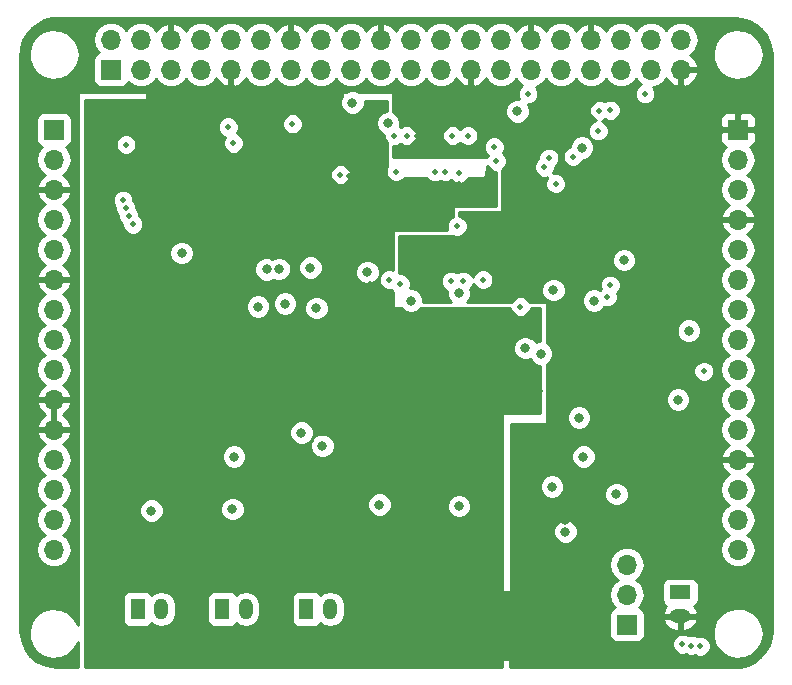
<source format=gbr>
G04 #@! TF.GenerationSoftware,KiCad,Pcbnew,(5.0.0-3-g5ebb6b6)*
G04 #@! TF.CreationDate,2019-05-19T23:28:31+02:00*
G04 #@! TF.ProjectId,Audio Board,417564696F20426F6172642E6B696361,rev?*
G04 #@! TF.SameCoordinates,Original*
G04 #@! TF.FileFunction,Copper,L3,Inr,Signal*
G04 #@! TF.FilePolarity,Positive*
%FSLAX46Y46*%
G04 Gerber Fmt 4.6, Leading zero omitted, Abs format (unit mm)*
G04 Created by KiCad (PCBNEW (5.0.0-3-g5ebb6b6)) date Sunday, 19 May 2019 at 23:28:31*
%MOMM*%
%LPD*%
G01*
G04 APERTURE LIST*
G04 #@! TA.AperFunction,ViaPad*
%ADD10R,1.700000X1.700000*%
G04 #@! TD*
G04 #@! TA.AperFunction,ViaPad*
%ADD11O,1.700000X1.700000*%
G04 #@! TD*
G04 #@! TA.AperFunction,ViaPad*
%ADD12O,1.200000X1.800000*%
G04 #@! TD*
G04 #@! TA.AperFunction,ViaPad*
%ADD13R,1.200000X1.800000*%
G04 #@! TD*
G04 #@! TA.AperFunction,ViaPad*
%ADD14R,1.800000X1.200000*%
G04 #@! TD*
G04 #@! TA.AperFunction,ViaPad*
%ADD15O,1.800000X1.200000*%
G04 #@! TD*
G04 #@! TA.AperFunction,ViaPad*
%ADD16C,0.500000*%
G04 #@! TD*
G04 #@! TA.AperFunction,ViaPad*
%ADD17C,0.800000*%
G04 #@! TD*
G04 #@! TA.AperFunction,Conductor*
%ADD18C,0.254000*%
G04 #@! TD*
G04 APERTURE END LIST*
D10*
G04 #@! TO.N,+3V3*
G04 #@! TO.C,J6*
X94996000Y-62230000D03*
D11*
G04 #@! TO.N,+5V_J4*
X94996000Y-59690000D03*
G04 #@! TO.N,H_SDA*
X97536000Y-62230000D03*
G04 #@! TO.N,+5V_J4*
X97536000Y-59690000D03*
G04 #@! TO.N,H_SCL*
X100076000Y-62230000D03*
G04 #@! TO.N,GNDA*
X100076000Y-59690000D03*
G04 #@! TO.N,Net-(J1-Pad13)*
X102616000Y-62230000D03*
G04 #@! TO.N,Net-(J6-Pad8)*
X102616000Y-59690000D03*
G04 #@! TO.N,GNDA*
X105156000Y-62230000D03*
G04 #@! TO.N,Net-(J6-Pad10)*
X105156000Y-59690000D03*
G04 #@! TO.N,Net-(J1-Pad11)*
X107696000Y-62230000D03*
G04 #@! TO.N,HEADER_I2S_BCK*
X107696000Y-59690000D03*
G04 #@! TO.N,Net-(J1-Pad10)*
X110236000Y-62230000D03*
G04 #@! TO.N,GNDA*
X110236000Y-59690000D03*
G04 #@! TO.N,Net-(J1-Pad9)*
X112776000Y-62230000D03*
G04 #@! TO.N,Net-(J6-Pad16)*
X112776000Y-59690000D03*
G04 #@! TO.N,+3V3*
X115316000Y-62230000D03*
G04 #@! TO.N,Net-(J6-Pad18)*
X115316000Y-59690000D03*
G04 #@! TO.N,Net-(J1-Pad7)*
X117856000Y-62230000D03*
G04 #@! TO.N,GNDA*
X117856000Y-59690000D03*
G04 #@! TO.N,Net-(J1-Pad6)*
X120396000Y-62230000D03*
G04 #@! TO.N,Net-(J6-Pad22)*
X120396000Y-59690000D03*
G04 #@! TO.N,Net-(J1-Pad5)*
X122936000Y-62230000D03*
G04 #@! TO.N,Net-(J6-Pad24)*
X122936000Y-59690000D03*
G04 #@! TO.N,GNDA*
X125476000Y-62230000D03*
G04 #@! TO.N,Net-(J6-Pad26)*
X125476000Y-59690000D03*
G04 #@! TO.N,N/C*
X128016000Y-62230000D03*
X128016000Y-59690000D03*
X130556000Y-62230000D03*
G04 #@! TO.N,GNDA*
X130556000Y-59690000D03*
G04 #@! TO.N,Net-(J1-Pad3)*
X133096000Y-62230000D03*
G04 #@! TO.N,HEADER_FAULT*
X133096000Y-59690000D03*
G04 #@! TO.N,Net-(J1-Pad2)*
X135636000Y-62230000D03*
G04 #@! TO.N,GNDA*
X135636000Y-59690000D03*
G04 #@! TO.N,HEADER_I2S_LRCK*
X138176000Y-62230000D03*
G04 #@! TO.N,HEADER_RESET*
X138176000Y-59690000D03*
G04 #@! TO.N,Net-(J6-Pad37)*
X140716000Y-62230000D03*
G04 #@! TO.N,HEADER_PDN*
X140716000Y-59690000D03*
G04 #@! TO.N,GNDA*
X143256000Y-62230000D03*
G04 #@! TO.N,HEADER_I2S_DOUT*
X143256000Y-59690000D03*
G04 #@! TD*
G04 #@! TO.N,H_SDA*
G04 #@! TO.C,J1*
X148082000Y-102870000D03*
G04 #@! TO.N,H_SCL*
X148082000Y-100330000D03*
G04 #@! TO.N,Net-(J1-Pad13)*
X148082000Y-97790000D03*
G04 #@! TO.N,GNDA*
X148082000Y-95250000D03*
G04 #@! TO.N,Net-(J1-Pad11)*
X148082000Y-92710000D03*
G04 #@! TO.N,Net-(J1-Pad10)*
X148082000Y-90170000D03*
G04 #@! TO.N,Net-(J1-Pad9)*
X148082000Y-87630000D03*
G04 #@! TO.N,+3V3*
X148082000Y-85090000D03*
G04 #@! TO.N,Net-(J1-Pad7)*
X148082000Y-82550000D03*
G04 #@! TO.N,Net-(J1-Pad6)*
X148082000Y-80010000D03*
G04 #@! TO.N,Net-(J1-Pad5)*
X148082000Y-77470000D03*
G04 #@! TO.N,GNDA*
X148082000Y-74930000D03*
G04 #@! TO.N,Net-(J1-Pad3)*
X148082000Y-72390000D03*
G04 #@! TO.N,Net-(J1-Pad2)*
X148082000Y-69850000D03*
D10*
G04 #@! TO.N,GNDA*
X148082000Y-67310000D03*
G04 #@! TD*
G04 #@! TO.N,+5V_J4*
G04 #@! TO.C,J4*
X138684000Y-109220000D03*
D11*
G04 #@! TO.N,+5V*
X138684000Y-106680000D03*
G04 #@! TO.N,Net-(J4-Pad3)*
X138684000Y-104140000D03*
G04 #@! TD*
D10*
G04 #@! TO.N,Net-(J6-Pad8)*
G04 #@! TO.C,J7*
X90170000Y-67310000D03*
D11*
G04 #@! TO.N,Net-(J6-Pad10)*
X90170000Y-69850000D03*
G04 #@! TO.N,GNDA*
X90170000Y-72390000D03*
G04 #@! TO.N,Net-(J6-Pad16)*
X90170000Y-74930000D03*
G04 #@! TO.N,Net-(J6-Pad18)*
X90170000Y-77470000D03*
G04 #@! TO.N,GNDA*
X90170000Y-80010000D03*
G04 #@! TO.N,Net-(J6-Pad22)*
X90170000Y-82550000D03*
G04 #@! TO.N,Net-(J6-Pad24)*
X90170000Y-85090000D03*
G04 #@! TO.N,Net-(J6-Pad26)*
X90170000Y-87630000D03*
G04 #@! TO.N,GNDA*
X90170000Y-90170000D03*
X90170000Y-92710000D03*
G04 #@! TO.N,HEADER_PDN*
X90170000Y-95250000D03*
G04 #@! TO.N,+3V3*
X90170000Y-97790000D03*
X90170000Y-100330000D03*
G04 #@! TO.N,+5V_J4*
X90170000Y-102870000D03*
G04 #@! TD*
D12*
G04 #@! TO.N,Net-(C4-Pad2)*
G04 #@! TO.C,J2*
X113550000Y-107900000D03*
D13*
G04 #@! TO.N,SPLIT_CAP_B*
X111550000Y-107900000D03*
G04 #@! TD*
D12*
G04 #@! TO.N,Net-(C2-Pad1)*
G04 #@! TO.C,J3*
X99250000Y-107900000D03*
D13*
G04 #@! TO.N,SPLIT_CAP_A*
X97250000Y-107900000D03*
G04 #@! TD*
D14*
G04 #@! TO.N,Net-(J4-Pad3)*
G04 #@! TO.C,J5*
X143200000Y-106500000D03*
D15*
G04 #@! TO.N,GNDA*
X143200000Y-108500000D03*
G04 #@! TD*
D13*
G04 #@! TO.N,Net-(C10-Pad2)*
G04 #@! TO.C,J8*
X104400000Y-107900000D03*
D12*
G04 #@! TO.N,Net-(C10-Pad1)*
X106400000Y-107900000D03*
G04 #@! TD*
D16*
G04 #@! TO.N,GNDA*
X116840000Y-110744000D03*
X115316000Y-110744000D03*
X118364000Y-110744000D03*
X119888000Y-110744000D03*
X121412000Y-110744000D03*
X122936000Y-110744000D03*
X124460000Y-110744000D03*
X125984000Y-110744000D03*
X127508000Y-110744000D03*
X113792000Y-110744000D03*
X112268000Y-110744000D03*
X110744000Y-110744000D03*
X109220000Y-110744000D03*
X107696000Y-110744000D03*
X105905300Y-110744000D03*
X104381300Y-110744000D03*
X102857300Y-110744000D03*
X101333300Y-110744000D03*
X99809300Y-110744000D03*
X98285300Y-110744000D03*
X96761300Y-110744000D03*
X95745300Y-109728000D03*
X94729300Y-108712000D03*
X93713300Y-107696000D03*
X93205300Y-106172000D03*
X93205300Y-104648000D03*
X93205300Y-103124000D03*
X93205300Y-101600000D03*
X93205300Y-100076000D03*
X93205300Y-98552000D03*
X93205300Y-97028000D03*
X93205300Y-93980000D03*
X93205300Y-92456000D03*
X93205300Y-90932000D03*
X93205300Y-89408000D03*
X93205300Y-87884000D03*
X93205300Y-86360000D03*
X93205300Y-84836000D03*
X93205300Y-80772000D03*
X93205300Y-74676000D03*
X93205300Y-73152000D03*
X93205300Y-71628000D03*
X93205300Y-68580000D03*
X93205300Y-65532000D03*
X95237300Y-65024000D03*
X96761300Y-65024000D03*
X103873300Y-79248000D03*
X98285300Y-80264000D03*
X100317300Y-80264000D03*
X125717300Y-71628000D03*
X125717300Y-72644000D03*
X128257300Y-71120000D03*
X128257300Y-72644000D03*
X130289300Y-90932000D03*
X127749300Y-91948000D03*
X127749300Y-93472000D03*
X127749300Y-94996000D03*
X129273300Y-105156000D03*
X129273300Y-103124000D03*
X129273300Y-101092000D03*
X129273300Y-96520000D03*
X129273300Y-94488000D03*
X129273300Y-92456000D03*
X132321300Y-110236000D03*
X134112000Y-110236000D03*
X135877300Y-110236000D03*
X103873300Y-86868000D03*
X108953300Y-86868000D03*
X111493300Y-86868000D03*
X116573300Y-86868000D03*
X121145300Y-87376000D03*
X126733300Y-87376000D03*
X99301300Y-89916000D03*
X145021300Y-72136000D03*
X145021300Y-77724000D03*
X141465300Y-70104000D03*
X136385300Y-70104000D03*
X145021300Y-79248000D03*
X145021300Y-73660000D03*
X124460000Y-73600000D03*
X124841000Y-74676000D03*
X127254000Y-75184000D03*
X127254000Y-72898000D03*
X113157000Y-76200000D03*
X115316000Y-73914000D03*
X115316000Y-74930000D03*
X113157000Y-74041000D03*
X113157000Y-72898000D03*
X113157000Y-71755000D03*
X113157000Y-75184000D03*
X124460000Y-71882000D03*
X124460000Y-72700000D03*
X127254000Y-71755000D03*
X127254000Y-76200000D03*
X122682000Y-74422000D03*
X121666000Y-74422000D03*
X120650000Y-74422000D03*
X119634000Y-74422000D03*
X118618000Y-74422000D03*
X117602000Y-74422000D03*
X122682000Y-73279000D03*
X121666000Y-73279000D03*
X120650000Y-73279000D03*
X119634000Y-73279000D03*
X118618000Y-73279000D03*
X117602000Y-73279000D03*
X122682000Y-72136000D03*
X121666000Y-72136000D03*
X120650000Y-72136000D03*
X119634000Y-72136000D03*
X118618000Y-72136000D03*
X117602000Y-72136000D03*
X121285000Y-80391000D03*
D17*
X100076000Y-92329000D03*
X96139000Y-93726000D03*
X121412000Y-106934000D03*
X109855000Y-96647000D03*
X143383000Y-75819000D03*
X127889000Y-65786000D03*
D16*
X115293192Y-72870897D03*
X109220000Y-71247000D03*
D17*
X133477000Y-100330000D03*
X132207000Y-108712000D03*
X94615000Y-104013000D03*
X114300000Y-104267000D03*
X144399000Y-102743000D03*
X131191000Y-89408000D03*
X126111000Y-84963000D03*
X133985000Y-80899000D03*
X130556000Y-84709000D03*
D16*
X120904000Y-67818000D03*
X122936000Y-67818000D03*
X127254000Y-70866000D03*
X107086594Y-71526594D03*
D17*
X119252996Y-64516000D03*
D16*
X113157000Y-70739011D03*
D17*
X117856000Y-94742000D03*
X130937000Y-73025000D03*
X143510000Y-71373992D03*
X101091998Y-67564002D03*
D16*
X93218000Y-76835000D03*
D17*
X144145000Y-93218000D03*
X119126000Y-92964000D03*
D16*
X116967000Y-80391000D03*
X115189000Y-71247000D03*
D17*
X146558000Y-105537000D03*
X139433300Y-81876900D03*
D16*
X125991916Y-75445916D03*
D17*
X139065000Y-67474010D03*
G04 #@! TO.N,+5V*
X137795000Y-98171000D03*
X135001000Y-94996000D03*
X135890000Y-81788000D03*
D16*
G04 #@! TO.N,+3V3*
X136248669Y-67414669D03*
D17*
X129413000Y-65769995D03*
X134874000Y-68834000D03*
G04 #@! TO.N,+12VA*
X116701000Y-79375000D03*
X138430000Y-78359000D03*
X124460000Y-99187000D03*
X105283000Y-99441000D03*
X118449754Y-66753531D03*
X100984555Y-77760990D03*
X143916400Y-84340700D03*
G04 #@! TO.N,Net-(D1-Pad2)*
X134620000Y-91694000D03*
X133477000Y-101346000D03*
X132334000Y-97536000D03*
D16*
G04 #@! TO.N,Net-(J1-Pad13)*
X96266000Y-68580000D03*
X96012000Y-73279000D03*
G04 #@! TO.N,Net-(J1-Pad6)*
X130302000Y-64269995D03*
X132064531Y-69723000D03*
G04 #@! TO.N,Net-(J1-Pad5)*
X131699000Y-70485000D03*
G04 #@! TO.N,Net-(J1-Pad3)*
X136353160Y-65698835D03*
G04 #@! TO.N,Net-(J1-Pad2)*
X137287000Y-65658998D03*
G04 #@! TO.N,Net-(J6-Pad37)*
X140208000Y-64269995D03*
G04 #@! TO.N,MUTE*
X119126000Y-70866000D03*
X127635000Y-69977000D03*
X134112000Y-69596000D03*
D17*
G04 #@! TO.N,Net-(C2-Pad1)*
X105410000Y-94996000D03*
X112892234Y-94085389D03*
X111125000Y-92964000D03*
G04 #@! TO.N,Net-(C14-Pad2)*
X124460000Y-81165000D03*
X132461000Y-80899000D03*
D16*
G04 #@! TO.N,Net-(C17-Pad1)*
X129667000Y-82296000D03*
X126492000Y-80010000D03*
G04 #@! TO.N,Net-(C19-Pad1)*
X118548161Y-80007169D03*
G04 #@! TO.N,Net-(C19-Pad2)*
X119476844Y-80378076D03*
G04 #@! TO.N,Net-(C25-Pad1)*
X114427000Y-71120000D03*
G04 #@! TO.N,Net-(C26-Pad1)*
X118999000Y-67818000D03*
G04 #@! TO.N,Net-(C29-Pad1)*
X120018963Y-67811913D03*
D17*
G04 #@! TO.N,SPK_OUTB*
X111887000Y-78994000D03*
X112395000Y-82422998D03*
G04 #@! TO.N,SPK_OUTC*
X109220000Y-79121000D03*
X109728001Y-82041999D03*
G04 #@! TO.N,SPK_OUTD*
X108164481Y-79140578D03*
X107442000Y-82296000D03*
G04 #@! TO.N,SPLIT_CAP_A*
X98425000Y-99568000D03*
G04 #@! TO.N,SPLIT_CAP_B*
X117729000Y-99060000D03*
G04 #@! TO.N,+3.3VA*
X120396000Y-81788000D03*
D16*
X123813000Y-80137000D03*
D17*
X130086100Y-85813900D03*
G04 #@! TO.N,H_SDA*
X115443000Y-65023994D03*
D16*
X104929004Y-67083004D03*
X123909990Y-67818000D03*
X137265485Y-80473907D03*
G04 #@! TO.N,H_SCL*
X123317000Y-70866000D03*
X137018023Y-81481148D03*
X110363001Y-66813990D03*
X105367990Y-68453000D03*
X145186400Y-87782400D03*
X124300000Y-75500000D03*
G04 #@! TO.N,Net-(J1-Pad11)*
X96239458Y-73979238D03*
X144893002Y-111063171D03*
G04 #@! TO.N,Net-(J1-Pad10)*
X96511500Y-74624226D03*
X144145000Y-110998000D03*
G04 #@! TO.N,Net-(J1-Pad9)*
X143383000Y-110871000D03*
X96841010Y-75311000D03*
G04 #@! TO.N,HEADER_I2S_BCK*
X127429893Y-68773107D03*
X125222000Y-67818008D03*
G04 #@! TO.N,HEADER_FAULT*
X124813003Y-80137000D03*
X132639531Y-71885166D03*
G04 #@! TO.N,HEADER_RESET*
X122453073Y-70885837D03*
G04 #@! TO.N,HEADER_I2S_DOUT*
X124460000Y-70993000D03*
D17*
G04 #@! TO.N,Net-(C38-Pad1)*
X131394200Y-86271100D03*
G04 #@! TO.N,Net-(C40-Pad2)*
X143002000Y-90170000D03*
G04 #@! TD*
D18*
G04 #@! TO.N,GNDA*
G36*
X114411270Y-64810226D02*
X114408000Y-64818120D01*
X114408000Y-65229868D01*
X114565569Y-65610274D01*
X114856720Y-65901425D01*
X115237126Y-66058994D01*
X115648874Y-66058994D01*
X116029280Y-65901425D01*
X116320431Y-65610274D01*
X116478000Y-65229868D01*
X116478000Y-64854198D01*
X118364000Y-64894326D01*
X118364000Y-65718531D01*
X118243880Y-65718531D01*
X117863474Y-65876100D01*
X117572323Y-66167251D01*
X117414754Y-66547657D01*
X117414754Y-66959405D01*
X117572323Y-67339811D01*
X117863474Y-67630962D01*
X118114000Y-67734733D01*
X118114000Y-67994037D01*
X118248733Y-68319312D01*
X118364000Y-68434579D01*
X118364000Y-70393014D01*
X118241000Y-70689963D01*
X118241000Y-71042037D01*
X118375733Y-71367312D01*
X118624688Y-71616267D01*
X118949963Y-71751000D01*
X119302037Y-71751000D01*
X119627312Y-71616267D01*
X119869579Y-71374000D01*
X121697360Y-71374000D01*
X121702806Y-71387149D01*
X121951761Y-71636104D01*
X122277036Y-71770837D01*
X122629110Y-71770837D01*
X122908982Y-71654911D01*
X123140963Y-71751000D01*
X123493037Y-71751000D01*
X123818312Y-71616267D01*
X123825000Y-71609579D01*
X123958688Y-71743267D01*
X124283963Y-71878000D01*
X124636037Y-71878000D01*
X124961312Y-71743267D01*
X125210267Y-71494312D01*
X125260102Y-71374000D01*
X126619000Y-71374000D01*
X126667601Y-71364333D01*
X126708803Y-71336803D01*
X126736333Y-71295601D01*
X126745223Y-71261025D01*
X126843304Y-70378294D01*
X126884733Y-70478312D01*
X127133688Y-70727267D01*
X127458963Y-70862000D01*
X127635000Y-70862000D01*
X127635000Y-73787000D01*
X124079000Y-73787000D01*
X124030399Y-73796667D01*
X123989197Y-73824197D01*
X123961667Y-73865399D01*
X123952000Y-73914000D01*
X123952000Y-74686229D01*
X123798688Y-74749733D01*
X123549733Y-74998688D01*
X123415000Y-75323963D01*
X123415000Y-75676037D01*
X123474217Y-75819000D01*
X118999000Y-75819000D01*
X118950399Y-75828667D01*
X118909197Y-75856197D01*
X118881667Y-75897399D01*
X118872000Y-75946000D01*
X118872000Y-79183390D01*
X118724198Y-79122169D01*
X118372124Y-79122169D01*
X118046849Y-79256902D01*
X117797894Y-79505857D01*
X117663161Y-79831132D01*
X117663161Y-80183206D01*
X117797894Y-80508481D01*
X118046849Y-80757436D01*
X118372124Y-80892169D01*
X118724198Y-80892169D01*
X118734918Y-80887729D01*
X118872000Y-81024811D01*
X118872000Y-82296000D01*
X118881667Y-82344601D01*
X118909197Y-82385803D01*
X118950399Y-82413333D01*
X118999000Y-82423000D01*
X119567289Y-82423000D01*
X119809720Y-82665431D01*
X120190126Y-82823000D01*
X120601874Y-82823000D01*
X120982280Y-82665431D01*
X121224711Y-82423000D01*
X128782000Y-82423000D01*
X128782000Y-82472037D01*
X128916733Y-82797312D01*
X129165688Y-83046267D01*
X129490963Y-83181000D01*
X129843037Y-83181000D01*
X130168312Y-83046267D01*
X130417267Y-82797312D01*
X130552000Y-82472037D01*
X130552000Y-82423000D01*
X131318000Y-82423000D01*
X131318000Y-85236100D01*
X131188326Y-85236100D01*
X130999449Y-85314335D01*
X130963531Y-85227620D01*
X130672380Y-84936469D01*
X130291974Y-84778900D01*
X129880226Y-84778900D01*
X129499820Y-84936469D01*
X129208669Y-85227620D01*
X129051100Y-85608026D01*
X129051100Y-86019774D01*
X129208669Y-86400180D01*
X129499820Y-86691331D01*
X129880226Y-86848900D01*
X130291974Y-86848900D01*
X130480851Y-86770665D01*
X130516769Y-86857380D01*
X130807920Y-87148531D01*
X131188326Y-87306100D01*
X131318000Y-87306100D01*
X131318000Y-91313000D01*
X128270000Y-91313000D01*
X128221399Y-91322667D01*
X128180197Y-91350197D01*
X128152667Y-91391399D01*
X128143000Y-91440000D01*
X128143000Y-112828000D01*
X92837000Y-112828000D01*
X92837000Y-107000000D01*
X96002560Y-107000000D01*
X96002560Y-108800000D01*
X96051843Y-109047765D01*
X96192191Y-109257809D01*
X96402235Y-109398157D01*
X96650000Y-109447440D01*
X97850000Y-109447440D01*
X98097765Y-109398157D01*
X98307809Y-109257809D01*
X98401140Y-109118130D01*
X98768128Y-109363344D01*
X99250000Y-109459195D01*
X99731873Y-109363344D01*
X100140385Y-109090385D01*
X100413344Y-108681873D01*
X100485000Y-108321635D01*
X100485000Y-107478364D01*
X100413344Y-107118127D01*
X100334415Y-107000000D01*
X103152560Y-107000000D01*
X103152560Y-108800000D01*
X103201843Y-109047765D01*
X103342191Y-109257809D01*
X103552235Y-109398157D01*
X103800000Y-109447440D01*
X105000000Y-109447440D01*
X105247765Y-109398157D01*
X105457809Y-109257809D01*
X105551140Y-109118130D01*
X105918128Y-109363344D01*
X106400000Y-109459195D01*
X106881873Y-109363344D01*
X107290385Y-109090385D01*
X107563344Y-108681873D01*
X107635000Y-108321635D01*
X107635000Y-107478364D01*
X107563344Y-107118127D01*
X107484415Y-107000000D01*
X110302560Y-107000000D01*
X110302560Y-108800000D01*
X110351843Y-109047765D01*
X110492191Y-109257809D01*
X110702235Y-109398157D01*
X110950000Y-109447440D01*
X112150000Y-109447440D01*
X112397765Y-109398157D01*
X112607809Y-109257809D01*
X112701140Y-109118130D01*
X113068128Y-109363344D01*
X113550000Y-109459195D01*
X114031873Y-109363344D01*
X114440385Y-109090385D01*
X114713344Y-108681873D01*
X114785000Y-108321635D01*
X114785000Y-107478364D01*
X114713344Y-107118127D01*
X114440385Y-106709615D01*
X114031872Y-106436656D01*
X113550000Y-106340805D01*
X113068127Y-106436656D01*
X112701140Y-106681869D01*
X112607809Y-106542191D01*
X112397765Y-106401843D01*
X112150000Y-106352560D01*
X110950000Y-106352560D01*
X110702235Y-106401843D01*
X110492191Y-106542191D01*
X110351843Y-106752235D01*
X110302560Y-107000000D01*
X107484415Y-107000000D01*
X107290385Y-106709615D01*
X106881872Y-106436656D01*
X106400000Y-106340805D01*
X105918127Y-106436656D01*
X105551140Y-106681869D01*
X105457809Y-106542191D01*
X105247765Y-106401843D01*
X105000000Y-106352560D01*
X103800000Y-106352560D01*
X103552235Y-106401843D01*
X103342191Y-106542191D01*
X103201843Y-106752235D01*
X103152560Y-107000000D01*
X100334415Y-107000000D01*
X100140385Y-106709615D01*
X99731872Y-106436656D01*
X99250000Y-106340805D01*
X98768127Y-106436656D01*
X98401140Y-106681869D01*
X98307809Y-106542191D01*
X98097765Y-106401843D01*
X97850000Y-106352560D01*
X96650000Y-106352560D01*
X96402235Y-106401843D01*
X96192191Y-106542191D01*
X96051843Y-106752235D01*
X96002560Y-107000000D01*
X92837000Y-107000000D01*
X92837000Y-99362126D01*
X97390000Y-99362126D01*
X97390000Y-99773874D01*
X97547569Y-100154280D01*
X97838720Y-100445431D01*
X98219126Y-100603000D01*
X98630874Y-100603000D01*
X99011280Y-100445431D01*
X99302431Y-100154280D01*
X99460000Y-99773874D01*
X99460000Y-99362126D01*
X99407395Y-99235126D01*
X104248000Y-99235126D01*
X104248000Y-99646874D01*
X104405569Y-100027280D01*
X104696720Y-100318431D01*
X105077126Y-100476000D01*
X105488874Y-100476000D01*
X105869280Y-100318431D01*
X106160431Y-100027280D01*
X106318000Y-99646874D01*
X106318000Y-99235126D01*
X106160431Y-98854720D01*
X106159837Y-98854126D01*
X116694000Y-98854126D01*
X116694000Y-99265874D01*
X116851569Y-99646280D01*
X117142720Y-99937431D01*
X117523126Y-100095000D01*
X117934874Y-100095000D01*
X118315280Y-99937431D01*
X118606431Y-99646280D01*
X118764000Y-99265874D01*
X118764000Y-98981126D01*
X123425000Y-98981126D01*
X123425000Y-99392874D01*
X123582569Y-99773280D01*
X123873720Y-100064431D01*
X124254126Y-100222000D01*
X124665874Y-100222000D01*
X125046280Y-100064431D01*
X125337431Y-99773280D01*
X125495000Y-99392874D01*
X125495000Y-98981126D01*
X125337431Y-98600720D01*
X125046280Y-98309569D01*
X124665874Y-98152000D01*
X124254126Y-98152000D01*
X123873720Y-98309569D01*
X123582569Y-98600720D01*
X123425000Y-98981126D01*
X118764000Y-98981126D01*
X118764000Y-98854126D01*
X118606431Y-98473720D01*
X118315280Y-98182569D01*
X117934874Y-98025000D01*
X117523126Y-98025000D01*
X117142720Y-98182569D01*
X116851569Y-98473720D01*
X116694000Y-98854126D01*
X106159837Y-98854126D01*
X105869280Y-98563569D01*
X105488874Y-98406000D01*
X105077126Y-98406000D01*
X104696720Y-98563569D01*
X104405569Y-98854720D01*
X104248000Y-99235126D01*
X99407395Y-99235126D01*
X99302431Y-98981720D01*
X99011280Y-98690569D01*
X98630874Y-98533000D01*
X98219126Y-98533000D01*
X97838720Y-98690569D01*
X97547569Y-98981720D01*
X97390000Y-99362126D01*
X92837000Y-99362126D01*
X92837000Y-94790126D01*
X104375000Y-94790126D01*
X104375000Y-95201874D01*
X104532569Y-95582280D01*
X104823720Y-95873431D01*
X105204126Y-96031000D01*
X105615874Y-96031000D01*
X105996280Y-95873431D01*
X106287431Y-95582280D01*
X106445000Y-95201874D01*
X106445000Y-94790126D01*
X106287431Y-94409720D01*
X105996280Y-94118569D01*
X105615874Y-93961000D01*
X105204126Y-93961000D01*
X104823720Y-94118569D01*
X104532569Y-94409720D01*
X104375000Y-94790126D01*
X92837000Y-94790126D01*
X92837000Y-92758126D01*
X110090000Y-92758126D01*
X110090000Y-93169874D01*
X110247569Y-93550280D01*
X110538720Y-93841431D01*
X110919126Y-93999000D01*
X111330874Y-93999000D01*
X111711280Y-93841431D01*
X111987368Y-93565343D01*
X111857234Y-93879515D01*
X111857234Y-94291263D01*
X112014803Y-94671669D01*
X112305954Y-94962820D01*
X112686360Y-95120389D01*
X113098108Y-95120389D01*
X113478514Y-94962820D01*
X113769665Y-94671669D01*
X113927234Y-94291263D01*
X113927234Y-93879515D01*
X113769665Y-93499109D01*
X113478514Y-93207958D01*
X113098108Y-93050389D01*
X112686360Y-93050389D01*
X112305954Y-93207958D01*
X112029866Y-93484046D01*
X112160000Y-93169874D01*
X112160000Y-92758126D01*
X112002431Y-92377720D01*
X111711280Y-92086569D01*
X111330874Y-91929000D01*
X110919126Y-91929000D01*
X110538720Y-92086569D01*
X110247569Y-92377720D01*
X110090000Y-92758126D01*
X92837000Y-92758126D01*
X92837000Y-82090126D01*
X106407000Y-82090126D01*
X106407000Y-82501874D01*
X106564569Y-82882280D01*
X106855720Y-83173431D01*
X107236126Y-83331000D01*
X107647874Y-83331000D01*
X108028280Y-83173431D01*
X108319431Y-82882280D01*
X108477000Y-82501874D01*
X108477000Y-82090126D01*
X108371790Y-81836125D01*
X108693001Y-81836125D01*
X108693001Y-82247873D01*
X108850570Y-82628279D01*
X109141721Y-82919430D01*
X109522127Y-83076999D01*
X109933875Y-83076999D01*
X110314281Y-82919430D01*
X110605432Y-82628279D01*
X110763001Y-82247873D01*
X110763001Y-82217124D01*
X111360000Y-82217124D01*
X111360000Y-82628872D01*
X111517569Y-83009278D01*
X111808720Y-83300429D01*
X112189126Y-83457998D01*
X112600874Y-83457998D01*
X112981280Y-83300429D01*
X113272431Y-83009278D01*
X113430000Y-82628872D01*
X113430000Y-82217124D01*
X113272431Y-81836718D01*
X112981280Y-81545567D01*
X112600874Y-81387998D01*
X112189126Y-81387998D01*
X111808720Y-81545567D01*
X111517569Y-81836718D01*
X111360000Y-82217124D01*
X110763001Y-82217124D01*
X110763001Y-81836125D01*
X110605432Y-81455719D01*
X110314281Y-81164568D01*
X109933875Y-81006999D01*
X109522127Y-81006999D01*
X109141721Y-81164568D01*
X108850570Y-81455719D01*
X108693001Y-81836125D01*
X108371790Y-81836125D01*
X108319431Y-81709720D01*
X108028280Y-81418569D01*
X107647874Y-81261000D01*
X107236126Y-81261000D01*
X106855720Y-81418569D01*
X106564569Y-81709720D01*
X106407000Y-82090126D01*
X92837000Y-82090126D01*
X92837000Y-78934704D01*
X107129481Y-78934704D01*
X107129481Y-79346452D01*
X107287050Y-79726858D01*
X107578201Y-80018009D01*
X107958607Y-80175578D01*
X108370355Y-80175578D01*
X108715873Y-80032460D01*
X109014126Y-80156000D01*
X109425874Y-80156000D01*
X109806280Y-79998431D01*
X110097431Y-79707280D01*
X110255000Y-79326874D01*
X110255000Y-78915126D01*
X110202395Y-78788126D01*
X110852000Y-78788126D01*
X110852000Y-79199874D01*
X111009569Y-79580280D01*
X111300720Y-79871431D01*
X111681126Y-80029000D01*
X112092874Y-80029000D01*
X112473280Y-79871431D01*
X112764431Y-79580280D01*
X112922000Y-79199874D01*
X112922000Y-79169126D01*
X115666000Y-79169126D01*
X115666000Y-79580874D01*
X115823569Y-79961280D01*
X116114720Y-80252431D01*
X116495126Y-80410000D01*
X116906874Y-80410000D01*
X117287280Y-80252431D01*
X117578431Y-79961280D01*
X117736000Y-79580874D01*
X117736000Y-79169126D01*
X117578431Y-78788720D01*
X117287280Y-78497569D01*
X116906874Y-78340000D01*
X116495126Y-78340000D01*
X116114720Y-78497569D01*
X115823569Y-78788720D01*
X115666000Y-79169126D01*
X112922000Y-79169126D01*
X112922000Y-78788126D01*
X112764431Y-78407720D01*
X112473280Y-78116569D01*
X112092874Y-77959000D01*
X111681126Y-77959000D01*
X111300720Y-78116569D01*
X111009569Y-78407720D01*
X110852000Y-78788126D01*
X110202395Y-78788126D01*
X110097431Y-78534720D01*
X109806280Y-78243569D01*
X109425874Y-78086000D01*
X109014126Y-78086000D01*
X108668608Y-78229118D01*
X108370355Y-78105578D01*
X107958607Y-78105578D01*
X107578201Y-78263147D01*
X107287050Y-78554298D01*
X107129481Y-78934704D01*
X92837000Y-78934704D01*
X92837000Y-77555116D01*
X99949555Y-77555116D01*
X99949555Y-77966864D01*
X100107124Y-78347270D01*
X100398275Y-78638421D01*
X100778681Y-78795990D01*
X101190429Y-78795990D01*
X101570835Y-78638421D01*
X101861986Y-78347270D01*
X102019555Y-77966864D01*
X102019555Y-77555116D01*
X101861986Y-77174710D01*
X101570835Y-76883559D01*
X101190429Y-76725990D01*
X100778681Y-76725990D01*
X100398275Y-76883559D01*
X100107124Y-77174710D01*
X99949555Y-77555116D01*
X92837000Y-77555116D01*
X92837000Y-73102963D01*
X95127000Y-73102963D01*
X95127000Y-73455037D01*
X95261733Y-73780312D01*
X95354458Y-73873037D01*
X95354458Y-74155275D01*
X95489191Y-74480550D01*
X95626500Y-74617859D01*
X95626500Y-74800263D01*
X95761233Y-75125538D01*
X95956010Y-75320315D01*
X95956010Y-75487037D01*
X96090743Y-75812312D01*
X96339698Y-76061267D01*
X96664973Y-76196000D01*
X97017047Y-76196000D01*
X97342322Y-76061267D01*
X97591277Y-75812312D01*
X97726010Y-75487037D01*
X97726010Y-75134963D01*
X97591277Y-74809688D01*
X97396500Y-74614911D01*
X97396500Y-74448189D01*
X97261767Y-74122914D01*
X97124458Y-73985605D01*
X97124458Y-73803201D01*
X96989725Y-73477926D01*
X96897000Y-73385201D01*
X96897000Y-73102963D01*
X96762267Y-72777688D01*
X96513312Y-72528733D01*
X96188037Y-72394000D01*
X95835963Y-72394000D01*
X95510688Y-72528733D01*
X95261733Y-72777688D01*
X95127000Y-73102963D01*
X92837000Y-73102963D01*
X92837000Y-70943963D01*
X113542000Y-70943963D01*
X113542000Y-71296037D01*
X113676733Y-71621312D01*
X113925688Y-71870267D01*
X114250963Y-72005000D01*
X114603037Y-72005000D01*
X114928312Y-71870267D01*
X115177267Y-71621312D01*
X115312000Y-71296037D01*
X115312000Y-70943963D01*
X115177267Y-70618688D01*
X114928312Y-70369733D01*
X114603037Y-70235000D01*
X114250963Y-70235000D01*
X113925688Y-70369733D01*
X113676733Y-70618688D01*
X113542000Y-70943963D01*
X92837000Y-70943963D01*
X92837000Y-68403963D01*
X95381000Y-68403963D01*
X95381000Y-68756037D01*
X95515733Y-69081312D01*
X95764688Y-69330267D01*
X96089963Y-69465000D01*
X96442037Y-69465000D01*
X96767312Y-69330267D01*
X97016267Y-69081312D01*
X97151000Y-68756037D01*
X97151000Y-68403963D01*
X97016267Y-68078688D01*
X96767312Y-67829733D01*
X96442037Y-67695000D01*
X96089963Y-67695000D01*
X95764688Y-67829733D01*
X95515733Y-68078688D01*
X95381000Y-68403963D01*
X92837000Y-68403963D01*
X92837000Y-66906967D01*
X104044004Y-66906967D01*
X104044004Y-67259041D01*
X104178737Y-67584316D01*
X104427692Y-67833271D01*
X104645798Y-67923613D01*
X104617723Y-67951688D01*
X104482990Y-68276963D01*
X104482990Y-68629037D01*
X104617723Y-68954312D01*
X104866678Y-69203267D01*
X105191953Y-69338000D01*
X105544027Y-69338000D01*
X105869302Y-69203267D01*
X106118257Y-68954312D01*
X106252990Y-68629037D01*
X106252990Y-68276963D01*
X106118257Y-67951688D01*
X105869302Y-67702733D01*
X105651196Y-67612391D01*
X105679271Y-67584316D01*
X105814004Y-67259041D01*
X105814004Y-66906967D01*
X105702576Y-66637953D01*
X109478001Y-66637953D01*
X109478001Y-66990027D01*
X109612734Y-67315302D01*
X109861689Y-67564257D01*
X110186964Y-67698990D01*
X110539038Y-67698990D01*
X110864313Y-67564257D01*
X111113268Y-67315302D01*
X111248001Y-66990027D01*
X111248001Y-66637953D01*
X111113268Y-66312678D01*
X110864313Y-66063723D01*
X110539038Y-65928990D01*
X110186964Y-65928990D01*
X109861689Y-66063723D01*
X109612734Y-66312678D01*
X109478001Y-66637953D01*
X105702576Y-66637953D01*
X105679271Y-66581692D01*
X105430316Y-66332737D01*
X105105041Y-66198004D01*
X104752967Y-66198004D01*
X104427692Y-66332737D01*
X104178737Y-66581692D01*
X104044004Y-66906967D01*
X92837000Y-66906967D01*
X92837000Y-64770000D01*
X112520661Y-64770000D01*
X114411270Y-64810226D01*
X114411270Y-64810226D01*
G37*
X114411270Y-64810226D02*
X114408000Y-64818120D01*
X114408000Y-65229868D01*
X114565569Y-65610274D01*
X114856720Y-65901425D01*
X115237126Y-66058994D01*
X115648874Y-66058994D01*
X116029280Y-65901425D01*
X116320431Y-65610274D01*
X116478000Y-65229868D01*
X116478000Y-64854198D01*
X118364000Y-64894326D01*
X118364000Y-65718531D01*
X118243880Y-65718531D01*
X117863474Y-65876100D01*
X117572323Y-66167251D01*
X117414754Y-66547657D01*
X117414754Y-66959405D01*
X117572323Y-67339811D01*
X117863474Y-67630962D01*
X118114000Y-67734733D01*
X118114000Y-67994037D01*
X118248733Y-68319312D01*
X118364000Y-68434579D01*
X118364000Y-70393014D01*
X118241000Y-70689963D01*
X118241000Y-71042037D01*
X118375733Y-71367312D01*
X118624688Y-71616267D01*
X118949963Y-71751000D01*
X119302037Y-71751000D01*
X119627312Y-71616267D01*
X119869579Y-71374000D01*
X121697360Y-71374000D01*
X121702806Y-71387149D01*
X121951761Y-71636104D01*
X122277036Y-71770837D01*
X122629110Y-71770837D01*
X122908982Y-71654911D01*
X123140963Y-71751000D01*
X123493037Y-71751000D01*
X123818312Y-71616267D01*
X123825000Y-71609579D01*
X123958688Y-71743267D01*
X124283963Y-71878000D01*
X124636037Y-71878000D01*
X124961312Y-71743267D01*
X125210267Y-71494312D01*
X125260102Y-71374000D01*
X126619000Y-71374000D01*
X126667601Y-71364333D01*
X126708803Y-71336803D01*
X126736333Y-71295601D01*
X126745223Y-71261025D01*
X126843304Y-70378294D01*
X126884733Y-70478312D01*
X127133688Y-70727267D01*
X127458963Y-70862000D01*
X127635000Y-70862000D01*
X127635000Y-73787000D01*
X124079000Y-73787000D01*
X124030399Y-73796667D01*
X123989197Y-73824197D01*
X123961667Y-73865399D01*
X123952000Y-73914000D01*
X123952000Y-74686229D01*
X123798688Y-74749733D01*
X123549733Y-74998688D01*
X123415000Y-75323963D01*
X123415000Y-75676037D01*
X123474217Y-75819000D01*
X118999000Y-75819000D01*
X118950399Y-75828667D01*
X118909197Y-75856197D01*
X118881667Y-75897399D01*
X118872000Y-75946000D01*
X118872000Y-79183390D01*
X118724198Y-79122169D01*
X118372124Y-79122169D01*
X118046849Y-79256902D01*
X117797894Y-79505857D01*
X117663161Y-79831132D01*
X117663161Y-80183206D01*
X117797894Y-80508481D01*
X118046849Y-80757436D01*
X118372124Y-80892169D01*
X118724198Y-80892169D01*
X118734918Y-80887729D01*
X118872000Y-81024811D01*
X118872000Y-82296000D01*
X118881667Y-82344601D01*
X118909197Y-82385803D01*
X118950399Y-82413333D01*
X118999000Y-82423000D01*
X119567289Y-82423000D01*
X119809720Y-82665431D01*
X120190126Y-82823000D01*
X120601874Y-82823000D01*
X120982280Y-82665431D01*
X121224711Y-82423000D01*
X128782000Y-82423000D01*
X128782000Y-82472037D01*
X128916733Y-82797312D01*
X129165688Y-83046267D01*
X129490963Y-83181000D01*
X129843037Y-83181000D01*
X130168312Y-83046267D01*
X130417267Y-82797312D01*
X130552000Y-82472037D01*
X130552000Y-82423000D01*
X131318000Y-82423000D01*
X131318000Y-85236100D01*
X131188326Y-85236100D01*
X130999449Y-85314335D01*
X130963531Y-85227620D01*
X130672380Y-84936469D01*
X130291974Y-84778900D01*
X129880226Y-84778900D01*
X129499820Y-84936469D01*
X129208669Y-85227620D01*
X129051100Y-85608026D01*
X129051100Y-86019774D01*
X129208669Y-86400180D01*
X129499820Y-86691331D01*
X129880226Y-86848900D01*
X130291974Y-86848900D01*
X130480851Y-86770665D01*
X130516769Y-86857380D01*
X130807920Y-87148531D01*
X131188326Y-87306100D01*
X131318000Y-87306100D01*
X131318000Y-91313000D01*
X128270000Y-91313000D01*
X128221399Y-91322667D01*
X128180197Y-91350197D01*
X128152667Y-91391399D01*
X128143000Y-91440000D01*
X128143000Y-112828000D01*
X92837000Y-112828000D01*
X92837000Y-107000000D01*
X96002560Y-107000000D01*
X96002560Y-108800000D01*
X96051843Y-109047765D01*
X96192191Y-109257809D01*
X96402235Y-109398157D01*
X96650000Y-109447440D01*
X97850000Y-109447440D01*
X98097765Y-109398157D01*
X98307809Y-109257809D01*
X98401140Y-109118130D01*
X98768128Y-109363344D01*
X99250000Y-109459195D01*
X99731873Y-109363344D01*
X100140385Y-109090385D01*
X100413344Y-108681873D01*
X100485000Y-108321635D01*
X100485000Y-107478364D01*
X100413344Y-107118127D01*
X100334415Y-107000000D01*
X103152560Y-107000000D01*
X103152560Y-108800000D01*
X103201843Y-109047765D01*
X103342191Y-109257809D01*
X103552235Y-109398157D01*
X103800000Y-109447440D01*
X105000000Y-109447440D01*
X105247765Y-109398157D01*
X105457809Y-109257809D01*
X105551140Y-109118130D01*
X105918128Y-109363344D01*
X106400000Y-109459195D01*
X106881873Y-109363344D01*
X107290385Y-109090385D01*
X107563344Y-108681873D01*
X107635000Y-108321635D01*
X107635000Y-107478364D01*
X107563344Y-107118127D01*
X107484415Y-107000000D01*
X110302560Y-107000000D01*
X110302560Y-108800000D01*
X110351843Y-109047765D01*
X110492191Y-109257809D01*
X110702235Y-109398157D01*
X110950000Y-109447440D01*
X112150000Y-109447440D01*
X112397765Y-109398157D01*
X112607809Y-109257809D01*
X112701140Y-109118130D01*
X113068128Y-109363344D01*
X113550000Y-109459195D01*
X114031873Y-109363344D01*
X114440385Y-109090385D01*
X114713344Y-108681873D01*
X114785000Y-108321635D01*
X114785000Y-107478364D01*
X114713344Y-107118127D01*
X114440385Y-106709615D01*
X114031872Y-106436656D01*
X113550000Y-106340805D01*
X113068127Y-106436656D01*
X112701140Y-106681869D01*
X112607809Y-106542191D01*
X112397765Y-106401843D01*
X112150000Y-106352560D01*
X110950000Y-106352560D01*
X110702235Y-106401843D01*
X110492191Y-106542191D01*
X110351843Y-106752235D01*
X110302560Y-107000000D01*
X107484415Y-107000000D01*
X107290385Y-106709615D01*
X106881872Y-106436656D01*
X106400000Y-106340805D01*
X105918127Y-106436656D01*
X105551140Y-106681869D01*
X105457809Y-106542191D01*
X105247765Y-106401843D01*
X105000000Y-106352560D01*
X103800000Y-106352560D01*
X103552235Y-106401843D01*
X103342191Y-106542191D01*
X103201843Y-106752235D01*
X103152560Y-107000000D01*
X100334415Y-107000000D01*
X100140385Y-106709615D01*
X99731872Y-106436656D01*
X99250000Y-106340805D01*
X98768127Y-106436656D01*
X98401140Y-106681869D01*
X98307809Y-106542191D01*
X98097765Y-106401843D01*
X97850000Y-106352560D01*
X96650000Y-106352560D01*
X96402235Y-106401843D01*
X96192191Y-106542191D01*
X96051843Y-106752235D01*
X96002560Y-107000000D01*
X92837000Y-107000000D01*
X92837000Y-99362126D01*
X97390000Y-99362126D01*
X97390000Y-99773874D01*
X97547569Y-100154280D01*
X97838720Y-100445431D01*
X98219126Y-100603000D01*
X98630874Y-100603000D01*
X99011280Y-100445431D01*
X99302431Y-100154280D01*
X99460000Y-99773874D01*
X99460000Y-99362126D01*
X99407395Y-99235126D01*
X104248000Y-99235126D01*
X104248000Y-99646874D01*
X104405569Y-100027280D01*
X104696720Y-100318431D01*
X105077126Y-100476000D01*
X105488874Y-100476000D01*
X105869280Y-100318431D01*
X106160431Y-100027280D01*
X106318000Y-99646874D01*
X106318000Y-99235126D01*
X106160431Y-98854720D01*
X106159837Y-98854126D01*
X116694000Y-98854126D01*
X116694000Y-99265874D01*
X116851569Y-99646280D01*
X117142720Y-99937431D01*
X117523126Y-100095000D01*
X117934874Y-100095000D01*
X118315280Y-99937431D01*
X118606431Y-99646280D01*
X118764000Y-99265874D01*
X118764000Y-98981126D01*
X123425000Y-98981126D01*
X123425000Y-99392874D01*
X123582569Y-99773280D01*
X123873720Y-100064431D01*
X124254126Y-100222000D01*
X124665874Y-100222000D01*
X125046280Y-100064431D01*
X125337431Y-99773280D01*
X125495000Y-99392874D01*
X125495000Y-98981126D01*
X125337431Y-98600720D01*
X125046280Y-98309569D01*
X124665874Y-98152000D01*
X124254126Y-98152000D01*
X123873720Y-98309569D01*
X123582569Y-98600720D01*
X123425000Y-98981126D01*
X118764000Y-98981126D01*
X118764000Y-98854126D01*
X118606431Y-98473720D01*
X118315280Y-98182569D01*
X117934874Y-98025000D01*
X117523126Y-98025000D01*
X117142720Y-98182569D01*
X116851569Y-98473720D01*
X116694000Y-98854126D01*
X106159837Y-98854126D01*
X105869280Y-98563569D01*
X105488874Y-98406000D01*
X105077126Y-98406000D01*
X104696720Y-98563569D01*
X104405569Y-98854720D01*
X104248000Y-99235126D01*
X99407395Y-99235126D01*
X99302431Y-98981720D01*
X99011280Y-98690569D01*
X98630874Y-98533000D01*
X98219126Y-98533000D01*
X97838720Y-98690569D01*
X97547569Y-98981720D01*
X97390000Y-99362126D01*
X92837000Y-99362126D01*
X92837000Y-94790126D01*
X104375000Y-94790126D01*
X104375000Y-95201874D01*
X104532569Y-95582280D01*
X104823720Y-95873431D01*
X105204126Y-96031000D01*
X105615874Y-96031000D01*
X105996280Y-95873431D01*
X106287431Y-95582280D01*
X106445000Y-95201874D01*
X106445000Y-94790126D01*
X106287431Y-94409720D01*
X105996280Y-94118569D01*
X105615874Y-93961000D01*
X105204126Y-93961000D01*
X104823720Y-94118569D01*
X104532569Y-94409720D01*
X104375000Y-94790126D01*
X92837000Y-94790126D01*
X92837000Y-92758126D01*
X110090000Y-92758126D01*
X110090000Y-93169874D01*
X110247569Y-93550280D01*
X110538720Y-93841431D01*
X110919126Y-93999000D01*
X111330874Y-93999000D01*
X111711280Y-93841431D01*
X111987368Y-93565343D01*
X111857234Y-93879515D01*
X111857234Y-94291263D01*
X112014803Y-94671669D01*
X112305954Y-94962820D01*
X112686360Y-95120389D01*
X113098108Y-95120389D01*
X113478514Y-94962820D01*
X113769665Y-94671669D01*
X113927234Y-94291263D01*
X113927234Y-93879515D01*
X113769665Y-93499109D01*
X113478514Y-93207958D01*
X113098108Y-93050389D01*
X112686360Y-93050389D01*
X112305954Y-93207958D01*
X112029866Y-93484046D01*
X112160000Y-93169874D01*
X112160000Y-92758126D01*
X112002431Y-92377720D01*
X111711280Y-92086569D01*
X111330874Y-91929000D01*
X110919126Y-91929000D01*
X110538720Y-92086569D01*
X110247569Y-92377720D01*
X110090000Y-92758126D01*
X92837000Y-92758126D01*
X92837000Y-82090126D01*
X106407000Y-82090126D01*
X106407000Y-82501874D01*
X106564569Y-82882280D01*
X106855720Y-83173431D01*
X107236126Y-83331000D01*
X107647874Y-83331000D01*
X108028280Y-83173431D01*
X108319431Y-82882280D01*
X108477000Y-82501874D01*
X108477000Y-82090126D01*
X108371790Y-81836125D01*
X108693001Y-81836125D01*
X108693001Y-82247873D01*
X108850570Y-82628279D01*
X109141721Y-82919430D01*
X109522127Y-83076999D01*
X109933875Y-83076999D01*
X110314281Y-82919430D01*
X110605432Y-82628279D01*
X110763001Y-82247873D01*
X110763001Y-82217124D01*
X111360000Y-82217124D01*
X111360000Y-82628872D01*
X111517569Y-83009278D01*
X111808720Y-83300429D01*
X112189126Y-83457998D01*
X112600874Y-83457998D01*
X112981280Y-83300429D01*
X113272431Y-83009278D01*
X113430000Y-82628872D01*
X113430000Y-82217124D01*
X113272431Y-81836718D01*
X112981280Y-81545567D01*
X112600874Y-81387998D01*
X112189126Y-81387998D01*
X111808720Y-81545567D01*
X111517569Y-81836718D01*
X111360000Y-82217124D01*
X110763001Y-82217124D01*
X110763001Y-81836125D01*
X110605432Y-81455719D01*
X110314281Y-81164568D01*
X109933875Y-81006999D01*
X109522127Y-81006999D01*
X109141721Y-81164568D01*
X108850570Y-81455719D01*
X108693001Y-81836125D01*
X108371790Y-81836125D01*
X108319431Y-81709720D01*
X108028280Y-81418569D01*
X107647874Y-81261000D01*
X107236126Y-81261000D01*
X106855720Y-81418569D01*
X106564569Y-81709720D01*
X106407000Y-82090126D01*
X92837000Y-82090126D01*
X92837000Y-78934704D01*
X107129481Y-78934704D01*
X107129481Y-79346452D01*
X107287050Y-79726858D01*
X107578201Y-80018009D01*
X107958607Y-80175578D01*
X108370355Y-80175578D01*
X108715873Y-80032460D01*
X109014126Y-80156000D01*
X109425874Y-80156000D01*
X109806280Y-79998431D01*
X110097431Y-79707280D01*
X110255000Y-79326874D01*
X110255000Y-78915126D01*
X110202395Y-78788126D01*
X110852000Y-78788126D01*
X110852000Y-79199874D01*
X111009569Y-79580280D01*
X111300720Y-79871431D01*
X111681126Y-80029000D01*
X112092874Y-80029000D01*
X112473280Y-79871431D01*
X112764431Y-79580280D01*
X112922000Y-79199874D01*
X112922000Y-79169126D01*
X115666000Y-79169126D01*
X115666000Y-79580874D01*
X115823569Y-79961280D01*
X116114720Y-80252431D01*
X116495126Y-80410000D01*
X116906874Y-80410000D01*
X117287280Y-80252431D01*
X117578431Y-79961280D01*
X117736000Y-79580874D01*
X117736000Y-79169126D01*
X117578431Y-78788720D01*
X117287280Y-78497569D01*
X116906874Y-78340000D01*
X116495126Y-78340000D01*
X116114720Y-78497569D01*
X115823569Y-78788720D01*
X115666000Y-79169126D01*
X112922000Y-79169126D01*
X112922000Y-78788126D01*
X112764431Y-78407720D01*
X112473280Y-78116569D01*
X112092874Y-77959000D01*
X111681126Y-77959000D01*
X111300720Y-78116569D01*
X111009569Y-78407720D01*
X110852000Y-78788126D01*
X110202395Y-78788126D01*
X110097431Y-78534720D01*
X109806280Y-78243569D01*
X109425874Y-78086000D01*
X109014126Y-78086000D01*
X108668608Y-78229118D01*
X108370355Y-78105578D01*
X107958607Y-78105578D01*
X107578201Y-78263147D01*
X107287050Y-78554298D01*
X107129481Y-78934704D01*
X92837000Y-78934704D01*
X92837000Y-77555116D01*
X99949555Y-77555116D01*
X99949555Y-77966864D01*
X100107124Y-78347270D01*
X100398275Y-78638421D01*
X100778681Y-78795990D01*
X101190429Y-78795990D01*
X101570835Y-78638421D01*
X101861986Y-78347270D01*
X102019555Y-77966864D01*
X102019555Y-77555116D01*
X101861986Y-77174710D01*
X101570835Y-76883559D01*
X101190429Y-76725990D01*
X100778681Y-76725990D01*
X100398275Y-76883559D01*
X100107124Y-77174710D01*
X99949555Y-77555116D01*
X92837000Y-77555116D01*
X92837000Y-73102963D01*
X95127000Y-73102963D01*
X95127000Y-73455037D01*
X95261733Y-73780312D01*
X95354458Y-73873037D01*
X95354458Y-74155275D01*
X95489191Y-74480550D01*
X95626500Y-74617859D01*
X95626500Y-74800263D01*
X95761233Y-75125538D01*
X95956010Y-75320315D01*
X95956010Y-75487037D01*
X96090743Y-75812312D01*
X96339698Y-76061267D01*
X96664973Y-76196000D01*
X97017047Y-76196000D01*
X97342322Y-76061267D01*
X97591277Y-75812312D01*
X97726010Y-75487037D01*
X97726010Y-75134963D01*
X97591277Y-74809688D01*
X97396500Y-74614911D01*
X97396500Y-74448189D01*
X97261767Y-74122914D01*
X97124458Y-73985605D01*
X97124458Y-73803201D01*
X96989725Y-73477926D01*
X96897000Y-73385201D01*
X96897000Y-73102963D01*
X96762267Y-72777688D01*
X96513312Y-72528733D01*
X96188037Y-72394000D01*
X95835963Y-72394000D01*
X95510688Y-72528733D01*
X95261733Y-72777688D01*
X95127000Y-73102963D01*
X92837000Y-73102963D01*
X92837000Y-70943963D01*
X113542000Y-70943963D01*
X113542000Y-71296037D01*
X113676733Y-71621312D01*
X113925688Y-71870267D01*
X114250963Y-72005000D01*
X114603037Y-72005000D01*
X114928312Y-71870267D01*
X115177267Y-71621312D01*
X115312000Y-71296037D01*
X115312000Y-70943963D01*
X115177267Y-70618688D01*
X114928312Y-70369733D01*
X114603037Y-70235000D01*
X114250963Y-70235000D01*
X113925688Y-70369733D01*
X113676733Y-70618688D01*
X113542000Y-70943963D01*
X92837000Y-70943963D01*
X92837000Y-68403963D01*
X95381000Y-68403963D01*
X95381000Y-68756037D01*
X95515733Y-69081312D01*
X95764688Y-69330267D01*
X96089963Y-69465000D01*
X96442037Y-69465000D01*
X96767312Y-69330267D01*
X97016267Y-69081312D01*
X97151000Y-68756037D01*
X97151000Y-68403963D01*
X97016267Y-68078688D01*
X96767312Y-67829733D01*
X96442037Y-67695000D01*
X96089963Y-67695000D01*
X95764688Y-67829733D01*
X95515733Y-68078688D01*
X95381000Y-68403963D01*
X92837000Y-68403963D01*
X92837000Y-66906967D01*
X104044004Y-66906967D01*
X104044004Y-67259041D01*
X104178737Y-67584316D01*
X104427692Y-67833271D01*
X104645798Y-67923613D01*
X104617723Y-67951688D01*
X104482990Y-68276963D01*
X104482990Y-68629037D01*
X104617723Y-68954312D01*
X104866678Y-69203267D01*
X105191953Y-69338000D01*
X105544027Y-69338000D01*
X105869302Y-69203267D01*
X106118257Y-68954312D01*
X106252990Y-68629037D01*
X106252990Y-68276963D01*
X106118257Y-67951688D01*
X105869302Y-67702733D01*
X105651196Y-67612391D01*
X105679271Y-67584316D01*
X105814004Y-67259041D01*
X105814004Y-66906967D01*
X105702576Y-66637953D01*
X109478001Y-66637953D01*
X109478001Y-66990027D01*
X109612734Y-67315302D01*
X109861689Y-67564257D01*
X110186964Y-67698990D01*
X110539038Y-67698990D01*
X110864313Y-67564257D01*
X111113268Y-67315302D01*
X111248001Y-66990027D01*
X111248001Y-66637953D01*
X111113268Y-66312678D01*
X110864313Y-66063723D01*
X110539038Y-65928990D01*
X110186964Y-65928990D01*
X109861689Y-66063723D01*
X109612734Y-66312678D01*
X109478001Y-66637953D01*
X105702576Y-66637953D01*
X105679271Y-66581692D01*
X105430316Y-66332737D01*
X105105041Y-66198004D01*
X104752967Y-66198004D01*
X104427692Y-66332737D01*
X104178737Y-66581692D01*
X104044004Y-66906967D01*
X92837000Y-66906967D01*
X92837000Y-64770000D01*
X112520661Y-64770000D01*
X114411270Y-64810226D01*
G36*
X148450604Y-57926895D02*
X149047782Y-58114039D01*
X149595124Y-58417436D01*
X150070289Y-58824701D01*
X150453852Y-59319188D01*
X150730150Y-59880700D01*
X150890104Y-60494774D01*
X150928000Y-60987270D01*
X150928001Y-109692026D01*
X150861105Y-110350604D01*
X150673961Y-110947782D01*
X150370563Y-111495125D01*
X149963299Y-111970289D01*
X149468812Y-112353852D01*
X148907304Y-112630148D01*
X148293227Y-112790104D01*
X147800730Y-112828000D01*
X128788412Y-112828000D01*
X128837220Y-104140000D01*
X137169908Y-104140000D01*
X137285161Y-104719418D01*
X137613375Y-105210625D01*
X137911761Y-105410000D01*
X137613375Y-105609375D01*
X137285161Y-106100582D01*
X137169908Y-106680000D01*
X137285161Y-107259418D01*
X137613375Y-107750625D01*
X137631619Y-107762816D01*
X137586235Y-107771843D01*
X137376191Y-107912191D01*
X137235843Y-108122235D01*
X137186560Y-108370000D01*
X137186560Y-110070000D01*
X137235843Y-110317765D01*
X137376191Y-110527809D01*
X137586235Y-110668157D01*
X137834000Y-110717440D01*
X139534000Y-110717440D01*
X139647000Y-110694963D01*
X142498000Y-110694963D01*
X142498000Y-111047037D01*
X142632733Y-111372312D01*
X142881688Y-111621267D01*
X143206963Y-111756000D01*
X143559037Y-111756000D01*
X143624362Y-111728941D01*
X143643688Y-111748267D01*
X143968963Y-111883000D01*
X144321037Y-111883000D01*
X144440332Y-111833586D01*
X144716965Y-111948171D01*
X145069039Y-111948171D01*
X145394314Y-111813438D01*
X145643269Y-111564483D01*
X145778002Y-111239208D01*
X145778002Y-110887134D01*
X145643269Y-110561859D01*
X145394314Y-110312904D01*
X145069039Y-110178171D01*
X144716965Y-110178171D01*
X144597670Y-110227585D01*
X144321037Y-110113000D01*
X143968963Y-110113000D01*
X143903638Y-110140059D01*
X143884312Y-110120733D01*
X143559037Y-109986000D01*
X143206963Y-109986000D01*
X142881688Y-110120733D01*
X142632733Y-110369688D01*
X142498000Y-110694963D01*
X139647000Y-110694963D01*
X139781765Y-110668157D01*
X139991809Y-110527809D01*
X140132157Y-110317765D01*
X140181440Y-110070000D01*
X140181440Y-108817609D01*
X141706538Y-108817609D01*
X141710408Y-108855281D01*
X141936920Y-109283474D01*
X142310053Y-109592390D01*
X142773000Y-109735000D01*
X143073000Y-109735000D01*
X143073000Y-108627000D01*
X143327000Y-108627000D01*
X143327000Y-109735000D01*
X143627000Y-109735000D01*
X143990660Y-109622975D01*
X145929174Y-109622975D01*
X145934796Y-110338696D01*
X146171949Y-111014009D01*
X146615061Y-111576094D01*
X147216352Y-111964343D01*
X147910986Y-112136891D01*
X148624060Y-112075132D01*
X149278684Y-111785726D01*
X149804270Y-111299879D01*
X150144145Y-110669979D01*
X150261661Y-109963949D01*
X150261392Y-109929712D01*
X150132801Y-109225615D01*
X149783074Y-108601132D01*
X149249921Y-108123600D01*
X148590832Y-107844512D01*
X147876876Y-107793961D01*
X147185038Y-107977399D01*
X146589919Y-108375045D01*
X146155691Y-108944021D01*
X145929174Y-109622975D01*
X143990660Y-109622975D01*
X144089947Y-109592390D01*
X144463080Y-109283474D01*
X144689592Y-108855281D01*
X144693462Y-108817609D01*
X144568731Y-108627000D01*
X143327000Y-108627000D01*
X143073000Y-108627000D01*
X141831269Y-108627000D01*
X141706538Y-108817609D01*
X140181440Y-108817609D01*
X140181440Y-108370000D01*
X140132157Y-108122235D01*
X139991809Y-107912191D01*
X139781765Y-107771843D01*
X139736381Y-107762816D01*
X139754625Y-107750625D01*
X140082839Y-107259418D01*
X140198092Y-106680000D01*
X140082839Y-106100582D01*
X139948815Y-105900000D01*
X141652560Y-105900000D01*
X141652560Y-107100000D01*
X141701843Y-107347765D01*
X141842191Y-107557809D01*
X142000700Y-107663722D01*
X141936920Y-107716526D01*
X141710408Y-108144719D01*
X141706538Y-108182391D01*
X141831269Y-108373000D01*
X143073000Y-108373000D01*
X143073000Y-108353000D01*
X143327000Y-108353000D01*
X143327000Y-108373000D01*
X144568731Y-108373000D01*
X144693462Y-108182391D01*
X144689592Y-108144719D01*
X144463080Y-107716526D01*
X144399300Y-107663722D01*
X144557809Y-107557809D01*
X144698157Y-107347765D01*
X144747440Y-107100000D01*
X144747440Y-105900000D01*
X144698157Y-105652235D01*
X144557809Y-105442191D01*
X144347765Y-105301843D01*
X144100000Y-105252560D01*
X142300000Y-105252560D01*
X142052235Y-105301843D01*
X141842191Y-105442191D01*
X141701843Y-105652235D01*
X141652560Y-105900000D01*
X139948815Y-105900000D01*
X139754625Y-105609375D01*
X139456239Y-105410000D01*
X139754625Y-105210625D01*
X140082839Y-104719418D01*
X140198092Y-104140000D01*
X140082839Y-103560582D01*
X139754625Y-103069375D01*
X139263418Y-102741161D01*
X138830256Y-102655000D01*
X138537744Y-102655000D01*
X138104582Y-102741161D01*
X137613375Y-103069375D01*
X137285161Y-103560582D01*
X137169908Y-104140000D01*
X128837220Y-104140000D01*
X128854074Y-101140126D01*
X132442000Y-101140126D01*
X132442000Y-101551874D01*
X132599569Y-101932280D01*
X132890720Y-102223431D01*
X133271126Y-102381000D01*
X133682874Y-102381000D01*
X134063280Y-102223431D01*
X134354431Y-101932280D01*
X134512000Y-101551874D01*
X134512000Y-101140126D01*
X134354431Y-100759720D01*
X134063280Y-100468569D01*
X133682874Y-100311000D01*
X133271126Y-100311000D01*
X132890720Y-100468569D01*
X132599569Y-100759720D01*
X132442000Y-101140126D01*
X128854074Y-101140126D01*
X128875479Y-97330126D01*
X131299000Y-97330126D01*
X131299000Y-97741874D01*
X131456569Y-98122280D01*
X131747720Y-98413431D01*
X132128126Y-98571000D01*
X132539874Y-98571000D01*
X132920280Y-98413431D01*
X133211431Y-98122280D01*
X133276526Y-97965126D01*
X136760000Y-97965126D01*
X136760000Y-98376874D01*
X136917569Y-98757280D01*
X137208720Y-99048431D01*
X137589126Y-99206000D01*
X138000874Y-99206000D01*
X138381280Y-99048431D01*
X138672431Y-98757280D01*
X138830000Y-98376874D01*
X138830000Y-97965126D01*
X138757461Y-97790000D01*
X146567908Y-97790000D01*
X146683161Y-98369418D01*
X147011375Y-98860625D01*
X147309761Y-99060000D01*
X147011375Y-99259375D01*
X146683161Y-99750582D01*
X146567908Y-100330000D01*
X146683161Y-100909418D01*
X147011375Y-101400625D01*
X147309761Y-101600000D01*
X147011375Y-101799375D01*
X146683161Y-102290582D01*
X146567908Y-102870000D01*
X146683161Y-103449418D01*
X147011375Y-103940625D01*
X147502582Y-104268839D01*
X147935744Y-104355000D01*
X148228256Y-104355000D01*
X148661418Y-104268839D01*
X149152625Y-103940625D01*
X149480839Y-103449418D01*
X149596092Y-102870000D01*
X149480839Y-102290582D01*
X149152625Y-101799375D01*
X148854239Y-101600000D01*
X149152625Y-101400625D01*
X149480839Y-100909418D01*
X149596092Y-100330000D01*
X149480839Y-99750582D01*
X149152625Y-99259375D01*
X148854239Y-99060000D01*
X149152625Y-98860625D01*
X149480839Y-98369418D01*
X149596092Y-97790000D01*
X149480839Y-97210582D01*
X149152625Y-96719375D01*
X148833522Y-96506157D01*
X148963358Y-96445183D01*
X149353645Y-96016924D01*
X149523476Y-95606890D01*
X149402155Y-95377000D01*
X148209000Y-95377000D01*
X148209000Y-95397000D01*
X147955000Y-95397000D01*
X147955000Y-95377000D01*
X146761845Y-95377000D01*
X146640524Y-95606890D01*
X146810355Y-96016924D01*
X147200642Y-96445183D01*
X147330478Y-96506157D01*
X147011375Y-96719375D01*
X146683161Y-97210582D01*
X146567908Y-97790000D01*
X138757461Y-97790000D01*
X138672431Y-97584720D01*
X138381280Y-97293569D01*
X138000874Y-97136000D01*
X137589126Y-97136000D01*
X137208720Y-97293569D01*
X136917569Y-97584720D01*
X136760000Y-97965126D01*
X133276526Y-97965126D01*
X133369000Y-97741874D01*
X133369000Y-97330126D01*
X133211431Y-96949720D01*
X132920280Y-96658569D01*
X132539874Y-96501000D01*
X132128126Y-96501000D01*
X131747720Y-96658569D01*
X131456569Y-96949720D01*
X131299000Y-97330126D01*
X128875479Y-97330126D01*
X128889748Y-94790126D01*
X133966000Y-94790126D01*
X133966000Y-95201874D01*
X134123569Y-95582280D01*
X134414720Y-95873431D01*
X134795126Y-96031000D01*
X135206874Y-96031000D01*
X135587280Y-95873431D01*
X135878431Y-95582280D01*
X136036000Y-95201874D01*
X136036000Y-94790126D01*
X135878431Y-94409720D01*
X135587280Y-94118569D01*
X135206874Y-93961000D01*
X134795126Y-93961000D01*
X134414720Y-94118569D01*
X134123569Y-94409720D01*
X133966000Y-94790126D01*
X128889748Y-94790126D01*
X128904289Y-92202000D01*
X131826000Y-92202000D01*
X131874601Y-92192333D01*
X131915803Y-92164803D01*
X131943333Y-92123601D01*
X131953000Y-92075000D01*
X131953000Y-91488126D01*
X133585000Y-91488126D01*
X133585000Y-91899874D01*
X133742569Y-92280280D01*
X134033720Y-92571431D01*
X134414126Y-92729000D01*
X134825874Y-92729000D01*
X135206280Y-92571431D01*
X135497431Y-92280280D01*
X135655000Y-91899874D01*
X135655000Y-91488126D01*
X135497431Y-91107720D01*
X135206280Y-90816569D01*
X134825874Y-90659000D01*
X134414126Y-90659000D01*
X134033720Y-90816569D01*
X133742569Y-91107720D01*
X133585000Y-91488126D01*
X131953000Y-91488126D01*
X131953000Y-89964126D01*
X141967000Y-89964126D01*
X141967000Y-90375874D01*
X142124569Y-90756280D01*
X142415720Y-91047431D01*
X142796126Y-91205000D01*
X143207874Y-91205000D01*
X143588280Y-91047431D01*
X143879431Y-90756280D01*
X144037000Y-90375874D01*
X144037000Y-89964126D01*
X143879431Y-89583720D01*
X143588280Y-89292569D01*
X143207874Y-89135000D01*
X142796126Y-89135000D01*
X142415720Y-89292569D01*
X142124569Y-89583720D01*
X141967000Y-89964126D01*
X131953000Y-89964126D01*
X131953000Y-87606363D01*
X144301400Y-87606363D01*
X144301400Y-87958437D01*
X144436133Y-88283712D01*
X144685088Y-88532667D01*
X145010363Y-88667400D01*
X145362437Y-88667400D01*
X145687712Y-88532667D01*
X145936667Y-88283712D01*
X146071400Y-87958437D01*
X146071400Y-87606363D01*
X145936667Y-87281088D01*
X145687712Y-87032133D01*
X145362437Y-86897400D01*
X145010363Y-86897400D01*
X144685088Y-87032133D01*
X144436133Y-87281088D01*
X144301400Y-87606363D01*
X131953000Y-87606363D01*
X131953000Y-87159914D01*
X131980480Y-87148531D01*
X132271631Y-86857380D01*
X132429200Y-86476974D01*
X132429200Y-86065226D01*
X132271631Y-85684820D01*
X131980480Y-85393669D01*
X131953000Y-85382286D01*
X131953000Y-84134826D01*
X142881400Y-84134826D01*
X142881400Y-84546574D01*
X143038969Y-84926980D01*
X143330120Y-85218131D01*
X143710526Y-85375700D01*
X144122274Y-85375700D01*
X144502680Y-85218131D01*
X144793831Y-84926980D01*
X144951400Y-84546574D01*
X144951400Y-84134826D01*
X144793831Y-83754420D01*
X144502680Y-83463269D01*
X144122274Y-83305700D01*
X143710526Y-83305700D01*
X143330120Y-83463269D01*
X143038969Y-83754420D01*
X142881400Y-84134826D01*
X131953000Y-84134826D01*
X131953000Y-82042000D01*
X131943333Y-81993399D01*
X131915803Y-81952197D01*
X131874601Y-81924667D01*
X131826000Y-81915000D01*
X130467102Y-81915000D01*
X130417267Y-81794688D01*
X130168312Y-81545733D01*
X129843037Y-81411000D01*
X129490963Y-81411000D01*
X129165688Y-81545733D01*
X128916733Y-81794688D01*
X128866898Y-81915000D01*
X125173711Y-81915000D01*
X125337431Y-81751280D01*
X125495000Y-81370874D01*
X125495000Y-80959126D01*
X125421032Y-80780550D01*
X125563270Y-80638312D01*
X125678804Y-80359388D01*
X125741733Y-80511312D01*
X125990688Y-80760267D01*
X126315963Y-80895000D01*
X126668037Y-80895000D01*
X126993312Y-80760267D01*
X127060453Y-80693126D01*
X131426000Y-80693126D01*
X131426000Y-81104874D01*
X131583569Y-81485280D01*
X131874720Y-81776431D01*
X132255126Y-81934000D01*
X132666874Y-81934000D01*
X133047280Y-81776431D01*
X133241585Y-81582126D01*
X134855000Y-81582126D01*
X134855000Y-81993874D01*
X135012569Y-82374280D01*
X135303720Y-82665431D01*
X135684126Y-82823000D01*
X136095874Y-82823000D01*
X136476280Y-82665431D01*
X136767431Y-82374280D01*
X136781224Y-82340980D01*
X136841986Y-82366148D01*
X137194060Y-82366148D01*
X137519335Y-82231415D01*
X137768290Y-81982460D01*
X137903023Y-81657185D01*
X137903023Y-81305111D01*
X137839418Y-81151553D01*
X138015752Y-80975219D01*
X138150485Y-80649944D01*
X138150485Y-80297870D01*
X138015752Y-79972595D01*
X137766797Y-79723640D01*
X137441522Y-79588907D01*
X137089448Y-79588907D01*
X136764173Y-79723640D01*
X136515218Y-79972595D01*
X136380485Y-80297870D01*
X136380485Y-80649944D01*
X136444090Y-80803502D01*
X136377810Y-80869782D01*
X136095874Y-80753000D01*
X135684126Y-80753000D01*
X135303720Y-80910569D01*
X135012569Y-81201720D01*
X134855000Y-81582126D01*
X133241585Y-81582126D01*
X133338431Y-81485280D01*
X133496000Y-81104874D01*
X133496000Y-80693126D01*
X133338431Y-80312720D01*
X133047280Y-80021569D01*
X132666874Y-79864000D01*
X132255126Y-79864000D01*
X131874720Y-80021569D01*
X131583569Y-80312720D01*
X131426000Y-80693126D01*
X127060453Y-80693126D01*
X127242267Y-80511312D01*
X127377000Y-80186037D01*
X127377000Y-79833963D01*
X127242267Y-79508688D01*
X126993312Y-79259733D01*
X126668037Y-79125000D01*
X126315963Y-79125000D01*
X125990688Y-79259733D01*
X125741733Y-79508688D01*
X125626199Y-79787612D01*
X125563270Y-79635688D01*
X125314315Y-79386733D01*
X124989040Y-79252000D01*
X124636966Y-79252000D01*
X124313001Y-79386190D01*
X123989037Y-79252000D01*
X123636963Y-79252000D01*
X123311688Y-79386733D01*
X123062733Y-79635688D01*
X122928000Y-79960963D01*
X122928000Y-80313037D01*
X123062733Y-80638312D01*
X123311688Y-80887267D01*
X123433812Y-80937852D01*
X123425000Y-80959126D01*
X123425000Y-81370874D01*
X123582569Y-81751280D01*
X123746289Y-81915000D01*
X121431000Y-81915000D01*
X121431000Y-81582126D01*
X121273431Y-81201720D01*
X120982280Y-80910569D01*
X120601874Y-80753000D01*
X120279463Y-80753000D01*
X120361844Y-80554113D01*
X120361844Y-80202039D01*
X120227111Y-79876764D01*
X119978156Y-79627809D01*
X119652881Y-79493076D01*
X119380000Y-79493076D01*
X119380000Y-78153126D01*
X137395000Y-78153126D01*
X137395000Y-78564874D01*
X137552569Y-78945280D01*
X137843720Y-79236431D01*
X138224126Y-79394000D01*
X138635874Y-79394000D01*
X139016280Y-79236431D01*
X139307431Y-78945280D01*
X139465000Y-78564874D01*
X139465000Y-78153126D01*
X139307431Y-77772720D01*
X139016280Y-77481569D01*
X138988350Y-77470000D01*
X146567908Y-77470000D01*
X146683161Y-78049418D01*
X147011375Y-78540625D01*
X147309761Y-78740000D01*
X147011375Y-78939375D01*
X146683161Y-79430582D01*
X146567908Y-80010000D01*
X146683161Y-80589418D01*
X147011375Y-81080625D01*
X147309761Y-81280000D01*
X147011375Y-81479375D01*
X146683161Y-81970582D01*
X146567908Y-82550000D01*
X146683161Y-83129418D01*
X147011375Y-83620625D01*
X147309761Y-83820000D01*
X147011375Y-84019375D01*
X146683161Y-84510582D01*
X146567908Y-85090000D01*
X146683161Y-85669418D01*
X147011375Y-86160625D01*
X147309761Y-86360000D01*
X147011375Y-86559375D01*
X146683161Y-87050582D01*
X146567908Y-87630000D01*
X146683161Y-88209418D01*
X147011375Y-88700625D01*
X147309761Y-88900000D01*
X147011375Y-89099375D01*
X146683161Y-89590582D01*
X146567908Y-90170000D01*
X146683161Y-90749418D01*
X147011375Y-91240625D01*
X147309761Y-91440000D01*
X147011375Y-91639375D01*
X146683161Y-92130582D01*
X146567908Y-92710000D01*
X146683161Y-93289418D01*
X147011375Y-93780625D01*
X147330478Y-93993843D01*
X147200642Y-94054817D01*
X146810355Y-94483076D01*
X146640524Y-94893110D01*
X146761845Y-95123000D01*
X147955000Y-95123000D01*
X147955000Y-95103000D01*
X148209000Y-95103000D01*
X148209000Y-95123000D01*
X149402155Y-95123000D01*
X149523476Y-94893110D01*
X149353645Y-94483076D01*
X148963358Y-94054817D01*
X148833522Y-93993843D01*
X149152625Y-93780625D01*
X149480839Y-93289418D01*
X149596092Y-92710000D01*
X149480839Y-92130582D01*
X149152625Y-91639375D01*
X148854239Y-91440000D01*
X149152625Y-91240625D01*
X149480839Y-90749418D01*
X149596092Y-90170000D01*
X149480839Y-89590582D01*
X149152625Y-89099375D01*
X148854239Y-88900000D01*
X149152625Y-88700625D01*
X149480839Y-88209418D01*
X149596092Y-87630000D01*
X149480839Y-87050582D01*
X149152625Y-86559375D01*
X148854239Y-86360000D01*
X149152625Y-86160625D01*
X149480839Y-85669418D01*
X149596092Y-85090000D01*
X149480839Y-84510582D01*
X149152625Y-84019375D01*
X148854239Y-83820000D01*
X149152625Y-83620625D01*
X149480839Y-83129418D01*
X149596092Y-82550000D01*
X149480839Y-81970582D01*
X149152625Y-81479375D01*
X148854239Y-81280000D01*
X149152625Y-81080625D01*
X149480839Y-80589418D01*
X149596092Y-80010000D01*
X149480839Y-79430582D01*
X149152625Y-78939375D01*
X148854239Y-78740000D01*
X149152625Y-78540625D01*
X149480839Y-78049418D01*
X149596092Y-77470000D01*
X149480839Y-76890582D01*
X149152625Y-76399375D01*
X148833522Y-76186157D01*
X148963358Y-76125183D01*
X149353645Y-75696924D01*
X149523476Y-75286890D01*
X149402155Y-75057000D01*
X148209000Y-75057000D01*
X148209000Y-75077000D01*
X147955000Y-75077000D01*
X147955000Y-75057000D01*
X146761845Y-75057000D01*
X146640524Y-75286890D01*
X146810355Y-75696924D01*
X147200642Y-76125183D01*
X147330478Y-76186157D01*
X147011375Y-76399375D01*
X146683161Y-76890582D01*
X146567908Y-77470000D01*
X138988350Y-77470000D01*
X138635874Y-77324000D01*
X138224126Y-77324000D01*
X137843720Y-77481569D01*
X137552569Y-77772720D01*
X137395000Y-78153126D01*
X119380000Y-78153126D01*
X119380000Y-76327000D01*
X123983938Y-76327000D01*
X124123963Y-76385000D01*
X124476037Y-76385000D01*
X124801312Y-76250267D01*
X125050267Y-76001312D01*
X125185000Y-75676037D01*
X125185000Y-75323963D01*
X125050267Y-74998688D01*
X124801312Y-74749733D01*
X124476037Y-74615000D01*
X124460000Y-74615000D01*
X124460000Y-74295000D01*
X128016000Y-74295000D01*
X128064601Y-74285333D01*
X128105803Y-74257803D01*
X128133333Y-74216601D01*
X128143000Y-74168000D01*
X128143000Y-70720579D01*
X128385267Y-70478312D01*
X128455413Y-70308963D01*
X130814000Y-70308963D01*
X130814000Y-70661037D01*
X130948733Y-70986312D01*
X131197688Y-71235267D01*
X131522963Y-71370000D01*
X131875037Y-71370000D01*
X131922974Y-71350144D01*
X131889264Y-71383854D01*
X131754531Y-71709129D01*
X131754531Y-72061203D01*
X131889264Y-72386478D01*
X132138219Y-72635433D01*
X132463494Y-72770166D01*
X132815568Y-72770166D01*
X133140843Y-72635433D01*
X133389798Y-72386478D01*
X133524531Y-72061203D01*
X133524531Y-71709129D01*
X133389798Y-71383854D01*
X133140843Y-71134899D01*
X132815568Y-71000166D01*
X132463494Y-71000166D01*
X132415557Y-71020022D01*
X132449267Y-70986312D01*
X132584000Y-70661037D01*
X132584000Y-70455110D01*
X132814798Y-70224312D01*
X132949531Y-69899037D01*
X132949531Y-69546963D01*
X132896927Y-69419963D01*
X133227000Y-69419963D01*
X133227000Y-69772037D01*
X133361733Y-70097312D01*
X133610688Y-70346267D01*
X133935963Y-70481000D01*
X134288037Y-70481000D01*
X134613312Y-70346267D01*
X134862267Y-70097312D01*
X134956837Y-69869000D01*
X135079874Y-69869000D01*
X135125744Y-69850000D01*
X146567908Y-69850000D01*
X146683161Y-70429418D01*
X147011375Y-70920625D01*
X147309761Y-71120000D01*
X147011375Y-71319375D01*
X146683161Y-71810582D01*
X146567908Y-72390000D01*
X146683161Y-72969418D01*
X147011375Y-73460625D01*
X147330478Y-73673843D01*
X147200642Y-73734817D01*
X146810355Y-74163076D01*
X146640524Y-74573110D01*
X146761845Y-74803000D01*
X147955000Y-74803000D01*
X147955000Y-74783000D01*
X148209000Y-74783000D01*
X148209000Y-74803000D01*
X149402155Y-74803000D01*
X149523476Y-74573110D01*
X149353645Y-74163076D01*
X148963358Y-73734817D01*
X148833522Y-73673843D01*
X149152625Y-73460625D01*
X149480839Y-72969418D01*
X149596092Y-72390000D01*
X149480839Y-71810582D01*
X149152625Y-71319375D01*
X148854239Y-71120000D01*
X149152625Y-70920625D01*
X149480839Y-70429418D01*
X149596092Y-69850000D01*
X149480839Y-69270582D01*
X149152625Y-68779375D01*
X149130967Y-68764904D01*
X149291698Y-68698327D01*
X149470327Y-68519699D01*
X149567000Y-68286310D01*
X149567000Y-67595750D01*
X149408250Y-67437000D01*
X148209000Y-67437000D01*
X148209000Y-67457000D01*
X147955000Y-67457000D01*
X147955000Y-67437000D01*
X146755750Y-67437000D01*
X146597000Y-67595750D01*
X146597000Y-68286310D01*
X146693673Y-68519699D01*
X146872302Y-68698327D01*
X147033033Y-68764904D01*
X147011375Y-68779375D01*
X146683161Y-69270582D01*
X146567908Y-69850000D01*
X135125744Y-69850000D01*
X135460280Y-69711431D01*
X135751431Y-69420280D01*
X135909000Y-69039874D01*
X135909000Y-68628126D01*
X135751431Y-68247720D01*
X135460280Y-67956569D01*
X135079874Y-67799000D01*
X134668126Y-67799000D01*
X134287720Y-67956569D01*
X133996569Y-68247720D01*
X133839000Y-68628126D01*
X133839000Y-68751163D01*
X133610688Y-68845733D01*
X133361733Y-69094688D01*
X133227000Y-69419963D01*
X132896927Y-69419963D01*
X132814798Y-69221688D01*
X132565843Y-68972733D01*
X132240568Y-68838000D01*
X131888494Y-68838000D01*
X131563219Y-68972733D01*
X131314264Y-69221688D01*
X131179531Y-69546963D01*
X131179531Y-69752890D01*
X130948733Y-69983688D01*
X130814000Y-70308963D01*
X128455413Y-70308963D01*
X128520000Y-70153037D01*
X128520000Y-69800963D01*
X128385267Y-69475688D01*
X128181284Y-69271705D01*
X128314893Y-68949144D01*
X128314893Y-68597070D01*
X128180160Y-68271795D01*
X127931205Y-68022840D01*
X127605930Y-67888107D01*
X127253856Y-67888107D01*
X126928581Y-68022840D01*
X126679626Y-68271795D01*
X126544893Y-68597070D01*
X126544893Y-68949144D01*
X126679626Y-69274419D01*
X126883609Y-69478402D01*
X126834898Y-69596000D01*
X118872000Y-69596000D01*
X118872000Y-68703000D01*
X119175037Y-68703000D01*
X119500312Y-68568267D01*
X119512025Y-68556554D01*
X119517651Y-68562180D01*
X119842926Y-68696913D01*
X120195000Y-68696913D01*
X120520275Y-68562180D01*
X120769230Y-68313225D01*
X120903963Y-67987950D01*
X120903963Y-67641963D01*
X123024990Y-67641963D01*
X123024990Y-67994037D01*
X123159723Y-68319312D01*
X123408678Y-68568267D01*
X123733953Y-68703000D01*
X124086027Y-68703000D01*
X124411302Y-68568267D01*
X124565991Y-68413578D01*
X124720688Y-68568275D01*
X125045963Y-68703008D01*
X125398037Y-68703008D01*
X125723312Y-68568275D01*
X125972267Y-68319320D01*
X126107000Y-67994045D01*
X126107000Y-67641971D01*
X125972267Y-67316696D01*
X125894203Y-67238632D01*
X135363669Y-67238632D01*
X135363669Y-67590706D01*
X135498402Y-67915981D01*
X135747357Y-68164936D01*
X136072632Y-68299669D01*
X136424706Y-68299669D01*
X136749981Y-68164936D01*
X136998936Y-67915981D01*
X137133669Y-67590706D01*
X137133669Y-67238632D01*
X136998936Y-66913357D01*
X136749981Y-66664402D01*
X136542336Y-66578393D01*
X136854472Y-66449102D01*
X136862495Y-66441079D01*
X137110963Y-66543998D01*
X137463037Y-66543998D01*
X137788312Y-66409265D01*
X137863887Y-66333690D01*
X146597000Y-66333690D01*
X146597000Y-67024250D01*
X146755750Y-67183000D01*
X147955000Y-67183000D01*
X147955000Y-65983750D01*
X148209000Y-65983750D01*
X148209000Y-67183000D01*
X149408250Y-67183000D01*
X149567000Y-67024250D01*
X149567000Y-66333690D01*
X149470327Y-66100301D01*
X149291698Y-65921673D01*
X149058309Y-65825000D01*
X148367750Y-65825000D01*
X148209000Y-65983750D01*
X147955000Y-65983750D01*
X147796250Y-65825000D01*
X147105691Y-65825000D01*
X146872302Y-65921673D01*
X146693673Y-66100301D01*
X146597000Y-66333690D01*
X137863887Y-66333690D01*
X138037267Y-66160310D01*
X138172000Y-65835035D01*
X138172000Y-65482961D01*
X138037267Y-65157686D01*
X137788312Y-64908731D01*
X137463037Y-64773998D01*
X137110963Y-64773998D01*
X136785688Y-64908731D01*
X136777665Y-64916754D01*
X136529197Y-64813835D01*
X136177123Y-64813835D01*
X135851848Y-64948568D01*
X135602893Y-65197523D01*
X135468160Y-65522798D01*
X135468160Y-65874872D01*
X135602893Y-66200147D01*
X135851848Y-66449102D01*
X136059493Y-66535111D01*
X135747357Y-66664402D01*
X135498402Y-66913357D01*
X135363669Y-67238632D01*
X125894203Y-67238632D01*
X125723312Y-67067741D01*
X125398037Y-66933008D01*
X125045963Y-66933008D01*
X124720688Y-67067741D01*
X124565999Y-67222430D01*
X124411302Y-67067733D01*
X124086027Y-66933000D01*
X123733953Y-66933000D01*
X123408678Y-67067733D01*
X123159723Y-67316688D01*
X123024990Y-67641963D01*
X120903963Y-67641963D01*
X120903963Y-67635876D01*
X120769230Y-67310601D01*
X120520275Y-67061646D01*
X120195000Y-66926913D01*
X119842926Y-66926913D01*
X119517651Y-67061646D01*
X119505938Y-67073359D01*
X119500312Y-67067733D01*
X119448733Y-67046368D01*
X119484754Y-66959405D01*
X119484754Y-66547657D01*
X119327185Y-66167251D01*
X119036034Y-65876100D01*
X118872000Y-65808155D01*
X118872000Y-64262000D01*
X118862333Y-64213399D01*
X118834803Y-64172197D01*
X118793601Y-64144667D01*
X118745000Y-64135000D01*
X116001364Y-64135000D01*
X115648874Y-63988994D01*
X115237126Y-63988994D01*
X114884636Y-64135000D01*
X87324000Y-64135000D01*
X87324000Y-60995964D01*
X87362084Y-60621031D01*
X88029836Y-60621031D01*
X88035425Y-61332543D01*
X88271183Y-62003884D01*
X88711689Y-62562663D01*
X89309444Y-62948628D01*
X89999992Y-63120161D01*
X90708871Y-63058766D01*
X91359645Y-62771062D01*
X91882140Y-62288072D01*
X92220017Y-61661878D01*
X92336841Y-60960000D01*
X92336574Y-60925965D01*
X92208739Y-60226009D01*
X91908560Y-59690000D01*
X93481908Y-59690000D01*
X93597161Y-60269418D01*
X93925375Y-60760625D01*
X93943619Y-60772816D01*
X93898235Y-60781843D01*
X93688191Y-60922191D01*
X93547843Y-61132235D01*
X93498560Y-61380000D01*
X93498560Y-63080000D01*
X93547843Y-63327765D01*
X93688191Y-63537809D01*
X93898235Y-63678157D01*
X94146000Y-63727440D01*
X95846000Y-63727440D01*
X96093765Y-63678157D01*
X96303809Y-63537809D01*
X96444157Y-63327765D01*
X96453184Y-63282381D01*
X96465375Y-63300625D01*
X96956582Y-63628839D01*
X97389744Y-63715000D01*
X97682256Y-63715000D01*
X98115418Y-63628839D01*
X98606625Y-63300625D01*
X98806000Y-63002239D01*
X99005375Y-63300625D01*
X99496582Y-63628839D01*
X99929744Y-63715000D01*
X100222256Y-63715000D01*
X100655418Y-63628839D01*
X101146625Y-63300625D01*
X101346000Y-63002239D01*
X101545375Y-63300625D01*
X102036582Y-63628839D01*
X102469744Y-63715000D01*
X102762256Y-63715000D01*
X103195418Y-63628839D01*
X103686625Y-63300625D01*
X103899843Y-62981522D01*
X103960817Y-63111358D01*
X104389076Y-63501645D01*
X104799110Y-63671476D01*
X105029000Y-63550155D01*
X105029000Y-62357000D01*
X105009000Y-62357000D01*
X105009000Y-62103000D01*
X105029000Y-62103000D01*
X105029000Y-62083000D01*
X105283000Y-62083000D01*
X105283000Y-62103000D01*
X105303000Y-62103000D01*
X105303000Y-62357000D01*
X105283000Y-62357000D01*
X105283000Y-63550155D01*
X105512890Y-63671476D01*
X105922924Y-63501645D01*
X106351183Y-63111358D01*
X106412157Y-62981522D01*
X106625375Y-63300625D01*
X107116582Y-63628839D01*
X107549744Y-63715000D01*
X107842256Y-63715000D01*
X108275418Y-63628839D01*
X108766625Y-63300625D01*
X108966000Y-63002239D01*
X109165375Y-63300625D01*
X109656582Y-63628839D01*
X110089744Y-63715000D01*
X110382256Y-63715000D01*
X110815418Y-63628839D01*
X111306625Y-63300625D01*
X111506000Y-63002239D01*
X111705375Y-63300625D01*
X112196582Y-63628839D01*
X112629744Y-63715000D01*
X112922256Y-63715000D01*
X113355418Y-63628839D01*
X113846625Y-63300625D01*
X114046000Y-63002239D01*
X114245375Y-63300625D01*
X114736582Y-63628839D01*
X115169744Y-63715000D01*
X115462256Y-63715000D01*
X115895418Y-63628839D01*
X116386625Y-63300625D01*
X116586000Y-63002239D01*
X116785375Y-63300625D01*
X117276582Y-63628839D01*
X117709744Y-63715000D01*
X118002256Y-63715000D01*
X118435418Y-63628839D01*
X118926625Y-63300625D01*
X119126000Y-63002239D01*
X119325375Y-63300625D01*
X119816582Y-63628839D01*
X120249744Y-63715000D01*
X120542256Y-63715000D01*
X120975418Y-63628839D01*
X121466625Y-63300625D01*
X121666000Y-63002239D01*
X121865375Y-63300625D01*
X122356582Y-63628839D01*
X122789744Y-63715000D01*
X123082256Y-63715000D01*
X123515418Y-63628839D01*
X124006625Y-63300625D01*
X124219843Y-62981522D01*
X124280817Y-63111358D01*
X124709076Y-63501645D01*
X125119110Y-63671476D01*
X125349000Y-63550155D01*
X125349000Y-62357000D01*
X125329000Y-62357000D01*
X125329000Y-62103000D01*
X125349000Y-62103000D01*
X125349000Y-62083000D01*
X125603000Y-62083000D01*
X125603000Y-62103000D01*
X125623000Y-62103000D01*
X125623000Y-62357000D01*
X125603000Y-62357000D01*
X125603000Y-63550155D01*
X125832890Y-63671476D01*
X126242924Y-63501645D01*
X126671183Y-63111358D01*
X126732157Y-62981522D01*
X126945375Y-63300625D01*
X127436582Y-63628839D01*
X127869744Y-63715000D01*
X128162256Y-63715000D01*
X128595418Y-63628839D01*
X129086625Y-63300625D01*
X129286000Y-63002239D01*
X129485375Y-63300625D01*
X129808465Y-63516507D01*
X129800688Y-63519728D01*
X129551733Y-63768683D01*
X129417000Y-64093958D01*
X129417000Y-64446032D01*
X129536692Y-64734995D01*
X129207126Y-64734995D01*
X128826720Y-64892564D01*
X128535569Y-65183715D01*
X128378000Y-65564121D01*
X128378000Y-65975869D01*
X128535569Y-66356275D01*
X128826720Y-66647426D01*
X129207126Y-66804995D01*
X129618874Y-66804995D01*
X129999280Y-66647426D01*
X130290431Y-66356275D01*
X130448000Y-65975869D01*
X130448000Y-65564121D01*
X130290431Y-65183715D01*
X130261711Y-65154995D01*
X130478037Y-65154995D01*
X130803312Y-65020262D01*
X131052267Y-64771307D01*
X131187000Y-64446032D01*
X131187000Y-64093958D01*
X131052267Y-63768683D01*
X130949420Y-63665836D01*
X131135418Y-63628839D01*
X131626625Y-63300625D01*
X131826000Y-63002239D01*
X132025375Y-63300625D01*
X132516582Y-63628839D01*
X132949744Y-63715000D01*
X133242256Y-63715000D01*
X133675418Y-63628839D01*
X134166625Y-63300625D01*
X134366000Y-63002239D01*
X134565375Y-63300625D01*
X135056582Y-63628839D01*
X135489744Y-63715000D01*
X135782256Y-63715000D01*
X136215418Y-63628839D01*
X136706625Y-63300625D01*
X136906000Y-63002239D01*
X137105375Y-63300625D01*
X137596582Y-63628839D01*
X138029744Y-63715000D01*
X138322256Y-63715000D01*
X138755418Y-63628839D01*
X139246625Y-63300625D01*
X139446000Y-63002239D01*
X139645375Y-63300625D01*
X139871263Y-63451559D01*
X139706688Y-63519728D01*
X139457733Y-63768683D01*
X139323000Y-64093958D01*
X139323000Y-64446032D01*
X139457733Y-64771307D01*
X139706688Y-65020262D01*
X140031963Y-65154995D01*
X140384037Y-65154995D01*
X140709312Y-65020262D01*
X140958267Y-64771307D01*
X141093000Y-64446032D01*
X141093000Y-64093958D01*
X140958267Y-63768683D01*
X140897561Y-63707977D01*
X141295418Y-63628839D01*
X141786625Y-63300625D01*
X141999843Y-62981522D01*
X142060817Y-63111358D01*
X142489076Y-63501645D01*
X142899110Y-63671476D01*
X143129000Y-63550155D01*
X143129000Y-62357000D01*
X143383000Y-62357000D01*
X143383000Y-63550155D01*
X143612890Y-63671476D01*
X144022924Y-63501645D01*
X144451183Y-63111358D01*
X144697486Y-62586892D01*
X144576819Y-62357000D01*
X143383000Y-62357000D01*
X143129000Y-62357000D01*
X143109000Y-62357000D01*
X143109000Y-62103000D01*
X143129000Y-62103000D01*
X143129000Y-62083000D01*
X143383000Y-62083000D01*
X143383000Y-62103000D01*
X144576819Y-62103000D01*
X144697486Y-61873108D01*
X144451183Y-61348642D01*
X144026214Y-60961353D01*
X144326625Y-60760625D01*
X144419898Y-60621031D01*
X145941836Y-60621031D01*
X145947425Y-61332543D01*
X146183183Y-62003884D01*
X146623689Y-62562663D01*
X147221444Y-62948628D01*
X147911992Y-63120161D01*
X148620871Y-63058766D01*
X149271645Y-62771062D01*
X149794140Y-62288072D01*
X150132017Y-61661878D01*
X150248841Y-60960000D01*
X150248574Y-60925965D01*
X150120739Y-60226009D01*
X149773069Y-59605199D01*
X149243051Y-59130476D01*
X148587839Y-58853029D01*
X147878082Y-58802776D01*
X147190314Y-58985134D01*
X146598695Y-59380441D01*
X146167020Y-59946070D01*
X145941836Y-60621031D01*
X144419898Y-60621031D01*
X144654839Y-60269418D01*
X144770092Y-59690000D01*
X144654839Y-59110582D01*
X144326625Y-58619375D01*
X143835418Y-58291161D01*
X143402256Y-58205000D01*
X143109744Y-58205000D01*
X142676582Y-58291161D01*
X142185375Y-58619375D01*
X141986000Y-58917761D01*
X141786625Y-58619375D01*
X141295418Y-58291161D01*
X140862256Y-58205000D01*
X140569744Y-58205000D01*
X140136582Y-58291161D01*
X139645375Y-58619375D01*
X139446000Y-58917761D01*
X139246625Y-58619375D01*
X138755418Y-58291161D01*
X138322256Y-58205000D01*
X138029744Y-58205000D01*
X137596582Y-58291161D01*
X137105375Y-58619375D01*
X136892157Y-58938478D01*
X136831183Y-58808642D01*
X136402924Y-58418355D01*
X135992890Y-58248524D01*
X135763000Y-58369845D01*
X135763000Y-59563000D01*
X135783000Y-59563000D01*
X135783000Y-59817000D01*
X135763000Y-59817000D01*
X135763000Y-59837000D01*
X135509000Y-59837000D01*
X135509000Y-59817000D01*
X135489000Y-59817000D01*
X135489000Y-59563000D01*
X135509000Y-59563000D01*
X135509000Y-58369845D01*
X135279110Y-58248524D01*
X134869076Y-58418355D01*
X134440817Y-58808642D01*
X134379843Y-58938478D01*
X134166625Y-58619375D01*
X133675418Y-58291161D01*
X133242256Y-58205000D01*
X132949744Y-58205000D01*
X132516582Y-58291161D01*
X132025375Y-58619375D01*
X131812157Y-58938478D01*
X131751183Y-58808642D01*
X131322924Y-58418355D01*
X130912890Y-58248524D01*
X130683000Y-58369845D01*
X130683000Y-59563000D01*
X130703000Y-59563000D01*
X130703000Y-59817000D01*
X130683000Y-59817000D01*
X130683000Y-59837000D01*
X130429000Y-59837000D01*
X130429000Y-59817000D01*
X130409000Y-59817000D01*
X130409000Y-59563000D01*
X130429000Y-59563000D01*
X130429000Y-58369845D01*
X130199110Y-58248524D01*
X129789076Y-58418355D01*
X129360817Y-58808642D01*
X129299843Y-58938478D01*
X129086625Y-58619375D01*
X128595418Y-58291161D01*
X128162256Y-58205000D01*
X127869744Y-58205000D01*
X127436582Y-58291161D01*
X126945375Y-58619375D01*
X126746000Y-58917761D01*
X126546625Y-58619375D01*
X126055418Y-58291161D01*
X125622256Y-58205000D01*
X125329744Y-58205000D01*
X124896582Y-58291161D01*
X124405375Y-58619375D01*
X124206000Y-58917761D01*
X124006625Y-58619375D01*
X123515418Y-58291161D01*
X123082256Y-58205000D01*
X122789744Y-58205000D01*
X122356582Y-58291161D01*
X121865375Y-58619375D01*
X121666000Y-58917761D01*
X121466625Y-58619375D01*
X120975418Y-58291161D01*
X120542256Y-58205000D01*
X120249744Y-58205000D01*
X119816582Y-58291161D01*
X119325375Y-58619375D01*
X119112157Y-58938478D01*
X119051183Y-58808642D01*
X118622924Y-58418355D01*
X118212890Y-58248524D01*
X117983000Y-58369845D01*
X117983000Y-59563000D01*
X118003000Y-59563000D01*
X118003000Y-59817000D01*
X117983000Y-59817000D01*
X117983000Y-59837000D01*
X117729000Y-59837000D01*
X117729000Y-59817000D01*
X117709000Y-59817000D01*
X117709000Y-59563000D01*
X117729000Y-59563000D01*
X117729000Y-58369845D01*
X117499110Y-58248524D01*
X117089076Y-58418355D01*
X116660817Y-58808642D01*
X116599843Y-58938478D01*
X116386625Y-58619375D01*
X115895418Y-58291161D01*
X115462256Y-58205000D01*
X115169744Y-58205000D01*
X114736582Y-58291161D01*
X114245375Y-58619375D01*
X114046000Y-58917761D01*
X113846625Y-58619375D01*
X113355418Y-58291161D01*
X112922256Y-58205000D01*
X112629744Y-58205000D01*
X112196582Y-58291161D01*
X111705375Y-58619375D01*
X111492157Y-58938478D01*
X111431183Y-58808642D01*
X111002924Y-58418355D01*
X110592890Y-58248524D01*
X110363000Y-58369845D01*
X110363000Y-59563000D01*
X110383000Y-59563000D01*
X110383000Y-59817000D01*
X110363000Y-59817000D01*
X110363000Y-59837000D01*
X110109000Y-59837000D01*
X110109000Y-59817000D01*
X110089000Y-59817000D01*
X110089000Y-59563000D01*
X110109000Y-59563000D01*
X110109000Y-58369845D01*
X109879110Y-58248524D01*
X109469076Y-58418355D01*
X109040817Y-58808642D01*
X108979843Y-58938478D01*
X108766625Y-58619375D01*
X108275418Y-58291161D01*
X107842256Y-58205000D01*
X107549744Y-58205000D01*
X107116582Y-58291161D01*
X106625375Y-58619375D01*
X106426000Y-58917761D01*
X106226625Y-58619375D01*
X105735418Y-58291161D01*
X105302256Y-58205000D01*
X105009744Y-58205000D01*
X104576582Y-58291161D01*
X104085375Y-58619375D01*
X103886000Y-58917761D01*
X103686625Y-58619375D01*
X103195418Y-58291161D01*
X102762256Y-58205000D01*
X102469744Y-58205000D01*
X102036582Y-58291161D01*
X101545375Y-58619375D01*
X101332157Y-58938478D01*
X101271183Y-58808642D01*
X100842924Y-58418355D01*
X100432890Y-58248524D01*
X100203000Y-58369845D01*
X100203000Y-59563000D01*
X100223000Y-59563000D01*
X100223000Y-59817000D01*
X100203000Y-59817000D01*
X100203000Y-59837000D01*
X99949000Y-59837000D01*
X99949000Y-59817000D01*
X99929000Y-59817000D01*
X99929000Y-59563000D01*
X99949000Y-59563000D01*
X99949000Y-58369845D01*
X99719110Y-58248524D01*
X99309076Y-58418355D01*
X98880817Y-58808642D01*
X98819843Y-58938478D01*
X98606625Y-58619375D01*
X98115418Y-58291161D01*
X97682256Y-58205000D01*
X97389744Y-58205000D01*
X96956582Y-58291161D01*
X96465375Y-58619375D01*
X96266000Y-58917761D01*
X96066625Y-58619375D01*
X95575418Y-58291161D01*
X95142256Y-58205000D01*
X94849744Y-58205000D01*
X94416582Y-58291161D01*
X93925375Y-58619375D01*
X93597161Y-59110582D01*
X93481908Y-59690000D01*
X91908560Y-59690000D01*
X91861069Y-59605199D01*
X91331051Y-59130476D01*
X90675839Y-58853029D01*
X89966082Y-58802776D01*
X89278314Y-58985134D01*
X88686695Y-59380441D01*
X88255020Y-59946070D01*
X88029836Y-60621031D01*
X87362084Y-60621031D01*
X87390895Y-60337396D01*
X87578039Y-59740218D01*
X87881436Y-59192876D01*
X88288701Y-58717711D01*
X88783188Y-58334148D01*
X89344700Y-58057850D01*
X89958774Y-57897896D01*
X90451270Y-57860000D01*
X147792036Y-57860000D01*
X148450604Y-57926895D01*
X148450604Y-57926895D01*
G37*
X148450604Y-57926895D02*
X149047782Y-58114039D01*
X149595124Y-58417436D01*
X150070289Y-58824701D01*
X150453852Y-59319188D01*
X150730150Y-59880700D01*
X150890104Y-60494774D01*
X150928000Y-60987270D01*
X150928001Y-109692026D01*
X150861105Y-110350604D01*
X150673961Y-110947782D01*
X150370563Y-111495125D01*
X149963299Y-111970289D01*
X149468812Y-112353852D01*
X148907304Y-112630148D01*
X148293227Y-112790104D01*
X147800730Y-112828000D01*
X128788412Y-112828000D01*
X128837220Y-104140000D01*
X137169908Y-104140000D01*
X137285161Y-104719418D01*
X137613375Y-105210625D01*
X137911761Y-105410000D01*
X137613375Y-105609375D01*
X137285161Y-106100582D01*
X137169908Y-106680000D01*
X137285161Y-107259418D01*
X137613375Y-107750625D01*
X137631619Y-107762816D01*
X137586235Y-107771843D01*
X137376191Y-107912191D01*
X137235843Y-108122235D01*
X137186560Y-108370000D01*
X137186560Y-110070000D01*
X137235843Y-110317765D01*
X137376191Y-110527809D01*
X137586235Y-110668157D01*
X137834000Y-110717440D01*
X139534000Y-110717440D01*
X139647000Y-110694963D01*
X142498000Y-110694963D01*
X142498000Y-111047037D01*
X142632733Y-111372312D01*
X142881688Y-111621267D01*
X143206963Y-111756000D01*
X143559037Y-111756000D01*
X143624362Y-111728941D01*
X143643688Y-111748267D01*
X143968963Y-111883000D01*
X144321037Y-111883000D01*
X144440332Y-111833586D01*
X144716965Y-111948171D01*
X145069039Y-111948171D01*
X145394314Y-111813438D01*
X145643269Y-111564483D01*
X145778002Y-111239208D01*
X145778002Y-110887134D01*
X145643269Y-110561859D01*
X145394314Y-110312904D01*
X145069039Y-110178171D01*
X144716965Y-110178171D01*
X144597670Y-110227585D01*
X144321037Y-110113000D01*
X143968963Y-110113000D01*
X143903638Y-110140059D01*
X143884312Y-110120733D01*
X143559037Y-109986000D01*
X143206963Y-109986000D01*
X142881688Y-110120733D01*
X142632733Y-110369688D01*
X142498000Y-110694963D01*
X139647000Y-110694963D01*
X139781765Y-110668157D01*
X139991809Y-110527809D01*
X140132157Y-110317765D01*
X140181440Y-110070000D01*
X140181440Y-108817609D01*
X141706538Y-108817609D01*
X141710408Y-108855281D01*
X141936920Y-109283474D01*
X142310053Y-109592390D01*
X142773000Y-109735000D01*
X143073000Y-109735000D01*
X143073000Y-108627000D01*
X143327000Y-108627000D01*
X143327000Y-109735000D01*
X143627000Y-109735000D01*
X143990660Y-109622975D01*
X145929174Y-109622975D01*
X145934796Y-110338696D01*
X146171949Y-111014009D01*
X146615061Y-111576094D01*
X147216352Y-111964343D01*
X147910986Y-112136891D01*
X148624060Y-112075132D01*
X149278684Y-111785726D01*
X149804270Y-111299879D01*
X150144145Y-110669979D01*
X150261661Y-109963949D01*
X150261392Y-109929712D01*
X150132801Y-109225615D01*
X149783074Y-108601132D01*
X149249921Y-108123600D01*
X148590832Y-107844512D01*
X147876876Y-107793961D01*
X147185038Y-107977399D01*
X146589919Y-108375045D01*
X146155691Y-108944021D01*
X145929174Y-109622975D01*
X143990660Y-109622975D01*
X144089947Y-109592390D01*
X144463080Y-109283474D01*
X144689592Y-108855281D01*
X144693462Y-108817609D01*
X144568731Y-108627000D01*
X143327000Y-108627000D01*
X143073000Y-108627000D01*
X141831269Y-108627000D01*
X141706538Y-108817609D01*
X140181440Y-108817609D01*
X140181440Y-108370000D01*
X140132157Y-108122235D01*
X139991809Y-107912191D01*
X139781765Y-107771843D01*
X139736381Y-107762816D01*
X139754625Y-107750625D01*
X140082839Y-107259418D01*
X140198092Y-106680000D01*
X140082839Y-106100582D01*
X139948815Y-105900000D01*
X141652560Y-105900000D01*
X141652560Y-107100000D01*
X141701843Y-107347765D01*
X141842191Y-107557809D01*
X142000700Y-107663722D01*
X141936920Y-107716526D01*
X141710408Y-108144719D01*
X141706538Y-108182391D01*
X141831269Y-108373000D01*
X143073000Y-108373000D01*
X143073000Y-108353000D01*
X143327000Y-108353000D01*
X143327000Y-108373000D01*
X144568731Y-108373000D01*
X144693462Y-108182391D01*
X144689592Y-108144719D01*
X144463080Y-107716526D01*
X144399300Y-107663722D01*
X144557809Y-107557809D01*
X144698157Y-107347765D01*
X144747440Y-107100000D01*
X144747440Y-105900000D01*
X144698157Y-105652235D01*
X144557809Y-105442191D01*
X144347765Y-105301843D01*
X144100000Y-105252560D01*
X142300000Y-105252560D01*
X142052235Y-105301843D01*
X141842191Y-105442191D01*
X141701843Y-105652235D01*
X141652560Y-105900000D01*
X139948815Y-105900000D01*
X139754625Y-105609375D01*
X139456239Y-105410000D01*
X139754625Y-105210625D01*
X140082839Y-104719418D01*
X140198092Y-104140000D01*
X140082839Y-103560582D01*
X139754625Y-103069375D01*
X139263418Y-102741161D01*
X138830256Y-102655000D01*
X138537744Y-102655000D01*
X138104582Y-102741161D01*
X137613375Y-103069375D01*
X137285161Y-103560582D01*
X137169908Y-104140000D01*
X128837220Y-104140000D01*
X128854074Y-101140126D01*
X132442000Y-101140126D01*
X132442000Y-101551874D01*
X132599569Y-101932280D01*
X132890720Y-102223431D01*
X133271126Y-102381000D01*
X133682874Y-102381000D01*
X134063280Y-102223431D01*
X134354431Y-101932280D01*
X134512000Y-101551874D01*
X134512000Y-101140126D01*
X134354431Y-100759720D01*
X134063280Y-100468569D01*
X133682874Y-100311000D01*
X133271126Y-100311000D01*
X132890720Y-100468569D01*
X132599569Y-100759720D01*
X132442000Y-101140126D01*
X128854074Y-101140126D01*
X128875479Y-97330126D01*
X131299000Y-97330126D01*
X131299000Y-97741874D01*
X131456569Y-98122280D01*
X131747720Y-98413431D01*
X132128126Y-98571000D01*
X132539874Y-98571000D01*
X132920280Y-98413431D01*
X133211431Y-98122280D01*
X133276526Y-97965126D01*
X136760000Y-97965126D01*
X136760000Y-98376874D01*
X136917569Y-98757280D01*
X137208720Y-99048431D01*
X137589126Y-99206000D01*
X138000874Y-99206000D01*
X138381280Y-99048431D01*
X138672431Y-98757280D01*
X138830000Y-98376874D01*
X138830000Y-97965126D01*
X138757461Y-97790000D01*
X146567908Y-97790000D01*
X146683161Y-98369418D01*
X147011375Y-98860625D01*
X147309761Y-99060000D01*
X147011375Y-99259375D01*
X146683161Y-99750582D01*
X146567908Y-100330000D01*
X146683161Y-100909418D01*
X147011375Y-101400625D01*
X147309761Y-101600000D01*
X147011375Y-101799375D01*
X146683161Y-102290582D01*
X146567908Y-102870000D01*
X146683161Y-103449418D01*
X147011375Y-103940625D01*
X147502582Y-104268839D01*
X147935744Y-104355000D01*
X148228256Y-104355000D01*
X148661418Y-104268839D01*
X149152625Y-103940625D01*
X149480839Y-103449418D01*
X149596092Y-102870000D01*
X149480839Y-102290582D01*
X149152625Y-101799375D01*
X148854239Y-101600000D01*
X149152625Y-101400625D01*
X149480839Y-100909418D01*
X149596092Y-100330000D01*
X149480839Y-99750582D01*
X149152625Y-99259375D01*
X148854239Y-99060000D01*
X149152625Y-98860625D01*
X149480839Y-98369418D01*
X149596092Y-97790000D01*
X149480839Y-97210582D01*
X149152625Y-96719375D01*
X148833522Y-96506157D01*
X148963358Y-96445183D01*
X149353645Y-96016924D01*
X149523476Y-95606890D01*
X149402155Y-95377000D01*
X148209000Y-95377000D01*
X148209000Y-95397000D01*
X147955000Y-95397000D01*
X147955000Y-95377000D01*
X146761845Y-95377000D01*
X146640524Y-95606890D01*
X146810355Y-96016924D01*
X147200642Y-96445183D01*
X147330478Y-96506157D01*
X147011375Y-96719375D01*
X146683161Y-97210582D01*
X146567908Y-97790000D01*
X138757461Y-97790000D01*
X138672431Y-97584720D01*
X138381280Y-97293569D01*
X138000874Y-97136000D01*
X137589126Y-97136000D01*
X137208720Y-97293569D01*
X136917569Y-97584720D01*
X136760000Y-97965126D01*
X133276526Y-97965126D01*
X133369000Y-97741874D01*
X133369000Y-97330126D01*
X133211431Y-96949720D01*
X132920280Y-96658569D01*
X132539874Y-96501000D01*
X132128126Y-96501000D01*
X131747720Y-96658569D01*
X131456569Y-96949720D01*
X131299000Y-97330126D01*
X128875479Y-97330126D01*
X128889748Y-94790126D01*
X133966000Y-94790126D01*
X133966000Y-95201874D01*
X134123569Y-95582280D01*
X134414720Y-95873431D01*
X134795126Y-96031000D01*
X135206874Y-96031000D01*
X135587280Y-95873431D01*
X135878431Y-95582280D01*
X136036000Y-95201874D01*
X136036000Y-94790126D01*
X135878431Y-94409720D01*
X135587280Y-94118569D01*
X135206874Y-93961000D01*
X134795126Y-93961000D01*
X134414720Y-94118569D01*
X134123569Y-94409720D01*
X133966000Y-94790126D01*
X128889748Y-94790126D01*
X128904289Y-92202000D01*
X131826000Y-92202000D01*
X131874601Y-92192333D01*
X131915803Y-92164803D01*
X131943333Y-92123601D01*
X131953000Y-92075000D01*
X131953000Y-91488126D01*
X133585000Y-91488126D01*
X133585000Y-91899874D01*
X133742569Y-92280280D01*
X134033720Y-92571431D01*
X134414126Y-92729000D01*
X134825874Y-92729000D01*
X135206280Y-92571431D01*
X135497431Y-92280280D01*
X135655000Y-91899874D01*
X135655000Y-91488126D01*
X135497431Y-91107720D01*
X135206280Y-90816569D01*
X134825874Y-90659000D01*
X134414126Y-90659000D01*
X134033720Y-90816569D01*
X133742569Y-91107720D01*
X133585000Y-91488126D01*
X131953000Y-91488126D01*
X131953000Y-89964126D01*
X141967000Y-89964126D01*
X141967000Y-90375874D01*
X142124569Y-90756280D01*
X142415720Y-91047431D01*
X142796126Y-91205000D01*
X143207874Y-91205000D01*
X143588280Y-91047431D01*
X143879431Y-90756280D01*
X144037000Y-90375874D01*
X144037000Y-89964126D01*
X143879431Y-89583720D01*
X143588280Y-89292569D01*
X143207874Y-89135000D01*
X142796126Y-89135000D01*
X142415720Y-89292569D01*
X142124569Y-89583720D01*
X141967000Y-89964126D01*
X131953000Y-89964126D01*
X131953000Y-87606363D01*
X144301400Y-87606363D01*
X144301400Y-87958437D01*
X144436133Y-88283712D01*
X144685088Y-88532667D01*
X145010363Y-88667400D01*
X145362437Y-88667400D01*
X145687712Y-88532667D01*
X145936667Y-88283712D01*
X146071400Y-87958437D01*
X146071400Y-87606363D01*
X145936667Y-87281088D01*
X145687712Y-87032133D01*
X145362437Y-86897400D01*
X145010363Y-86897400D01*
X144685088Y-87032133D01*
X144436133Y-87281088D01*
X144301400Y-87606363D01*
X131953000Y-87606363D01*
X131953000Y-87159914D01*
X131980480Y-87148531D01*
X132271631Y-86857380D01*
X132429200Y-86476974D01*
X132429200Y-86065226D01*
X132271631Y-85684820D01*
X131980480Y-85393669D01*
X131953000Y-85382286D01*
X131953000Y-84134826D01*
X142881400Y-84134826D01*
X142881400Y-84546574D01*
X143038969Y-84926980D01*
X143330120Y-85218131D01*
X143710526Y-85375700D01*
X144122274Y-85375700D01*
X144502680Y-85218131D01*
X144793831Y-84926980D01*
X144951400Y-84546574D01*
X144951400Y-84134826D01*
X144793831Y-83754420D01*
X144502680Y-83463269D01*
X144122274Y-83305700D01*
X143710526Y-83305700D01*
X143330120Y-83463269D01*
X143038969Y-83754420D01*
X142881400Y-84134826D01*
X131953000Y-84134826D01*
X131953000Y-82042000D01*
X131943333Y-81993399D01*
X131915803Y-81952197D01*
X131874601Y-81924667D01*
X131826000Y-81915000D01*
X130467102Y-81915000D01*
X130417267Y-81794688D01*
X130168312Y-81545733D01*
X129843037Y-81411000D01*
X129490963Y-81411000D01*
X129165688Y-81545733D01*
X128916733Y-81794688D01*
X128866898Y-81915000D01*
X125173711Y-81915000D01*
X125337431Y-81751280D01*
X125495000Y-81370874D01*
X125495000Y-80959126D01*
X125421032Y-80780550D01*
X125563270Y-80638312D01*
X125678804Y-80359388D01*
X125741733Y-80511312D01*
X125990688Y-80760267D01*
X126315963Y-80895000D01*
X126668037Y-80895000D01*
X126993312Y-80760267D01*
X127060453Y-80693126D01*
X131426000Y-80693126D01*
X131426000Y-81104874D01*
X131583569Y-81485280D01*
X131874720Y-81776431D01*
X132255126Y-81934000D01*
X132666874Y-81934000D01*
X133047280Y-81776431D01*
X133241585Y-81582126D01*
X134855000Y-81582126D01*
X134855000Y-81993874D01*
X135012569Y-82374280D01*
X135303720Y-82665431D01*
X135684126Y-82823000D01*
X136095874Y-82823000D01*
X136476280Y-82665431D01*
X136767431Y-82374280D01*
X136781224Y-82340980D01*
X136841986Y-82366148D01*
X137194060Y-82366148D01*
X137519335Y-82231415D01*
X137768290Y-81982460D01*
X137903023Y-81657185D01*
X137903023Y-81305111D01*
X137839418Y-81151553D01*
X138015752Y-80975219D01*
X138150485Y-80649944D01*
X138150485Y-80297870D01*
X138015752Y-79972595D01*
X137766797Y-79723640D01*
X137441522Y-79588907D01*
X137089448Y-79588907D01*
X136764173Y-79723640D01*
X136515218Y-79972595D01*
X136380485Y-80297870D01*
X136380485Y-80649944D01*
X136444090Y-80803502D01*
X136377810Y-80869782D01*
X136095874Y-80753000D01*
X135684126Y-80753000D01*
X135303720Y-80910569D01*
X135012569Y-81201720D01*
X134855000Y-81582126D01*
X133241585Y-81582126D01*
X133338431Y-81485280D01*
X133496000Y-81104874D01*
X133496000Y-80693126D01*
X133338431Y-80312720D01*
X133047280Y-80021569D01*
X132666874Y-79864000D01*
X132255126Y-79864000D01*
X131874720Y-80021569D01*
X131583569Y-80312720D01*
X131426000Y-80693126D01*
X127060453Y-80693126D01*
X127242267Y-80511312D01*
X127377000Y-80186037D01*
X127377000Y-79833963D01*
X127242267Y-79508688D01*
X126993312Y-79259733D01*
X126668037Y-79125000D01*
X126315963Y-79125000D01*
X125990688Y-79259733D01*
X125741733Y-79508688D01*
X125626199Y-79787612D01*
X125563270Y-79635688D01*
X125314315Y-79386733D01*
X124989040Y-79252000D01*
X124636966Y-79252000D01*
X124313001Y-79386190D01*
X123989037Y-79252000D01*
X123636963Y-79252000D01*
X123311688Y-79386733D01*
X123062733Y-79635688D01*
X122928000Y-79960963D01*
X122928000Y-80313037D01*
X123062733Y-80638312D01*
X123311688Y-80887267D01*
X123433812Y-80937852D01*
X123425000Y-80959126D01*
X123425000Y-81370874D01*
X123582569Y-81751280D01*
X123746289Y-81915000D01*
X121431000Y-81915000D01*
X121431000Y-81582126D01*
X121273431Y-81201720D01*
X120982280Y-80910569D01*
X120601874Y-80753000D01*
X120279463Y-80753000D01*
X120361844Y-80554113D01*
X120361844Y-80202039D01*
X120227111Y-79876764D01*
X119978156Y-79627809D01*
X119652881Y-79493076D01*
X119380000Y-79493076D01*
X119380000Y-78153126D01*
X137395000Y-78153126D01*
X137395000Y-78564874D01*
X137552569Y-78945280D01*
X137843720Y-79236431D01*
X138224126Y-79394000D01*
X138635874Y-79394000D01*
X139016280Y-79236431D01*
X139307431Y-78945280D01*
X139465000Y-78564874D01*
X139465000Y-78153126D01*
X139307431Y-77772720D01*
X139016280Y-77481569D01*
X138988350Y-77470000D01*
X146567908Y-77470000D01*
X146683161Y-78049418D01*
X147011375Y-78540625D01*
X147309761Y-78740000D01*
X147011375Y-78939375D01*
X146683161Y-79430582D01*
X146567908Y-80010000D01*
X146683161Y-80589418D01*
X147011375Y-81080625D01*
X147309761Y-81280000D01*
X147011375Y-81479375D01*
X146683161Y-81970582D01*
X146567908Y-82550000D01*
X146683161Y-83129418D01*
X147011375Y-83620625D01*
X147309761Y-83820000D01*
X147011375Y-84019375D01*
X146683161Y-84510582D01*
X146567908Y-85090000D01*
X146683161Y-85669418D01*
X147011375Y-86160625D01*
X147309761Y-86360000D01*
X147011375Y-86559375D01*
X146683161Y-87050582D01*
X146567908Y-87630000D01*
X146683161Y-88209418D01*
X147011375Y-88700625D01*
X147309761Y-88900000D01*
X147011375Y-89099375D01*
X146683161Y-89590582D01*
X146567908Y-90170000D01*
X146683161Y-90749418D01*
X147011375Y-91240625D01*
X147309761Y-91440000D01*
X147011375Y-91639375D01*
X146683161Y-92130582D01*
X146567908Y-92710000D01*
X146683161Y-93289418D01*
X147011375Y-93780625D01*
X147330478Y-93993843D01*
X147200642Y-94054817D01*
X146810355Y-94483076D01*
X146640524Y-94893110D01*
X146761845Y-95123000D01*
X147955000Y-95123000D01*
X147955000Y-95103000D01*
X148209000Y-95103000D01*
X148209000Y-95123000D01*
X149402155Y-95123000D01*
X149523476Y-94893110D01*
X149353645Y-94483076D01*
X148963358Y-94054817D01*
X148833522Y-93993843D01*
X149152625Y-93780625D01*
X149480839Y-93289418D01*
X149596092Y-92710000D01*
X149480839Y-92130582D01*
X149152625Y-91639375D01*
X148854239Y-91440000D01*
X149152625Y-91240625D01*
X149480839Y-90749418D01*
X149596092Y-90170000D01*
X149480839Y-89590582D01*
X149152625Y-89099375D01*
X148854239Y-88900000D01*
X149152625Y-88700625D01*
X149480839Y-88209418D01*
X149596092Y-87630000D01*
X149480839Y-87050582D01*
X149152625Y-86559375D01*
X148854239Y-86360000D01*
X149152625Y-86160625D01*
X149480839Y-85669418D01*
X149596092Y-85090000D01*
X149480839Y-84510582D01*
X149152625Y-84019375D01*
X148854239Y-83820000D01*
X149152625Y-83620625D01*
X149480839Y-83129418D01*
X149596092Y-82550000D01*
X149480839Y-81970582D01*
X149152625Y-81479375D01*
X148854239Y-81280000D01*
X149152625Y-81080625D01*
X149480839Y-80589418D01*
X149596092Y-80010000D01*
X149480839Y-79430582D01*
X149152625Y-78939375D01*
X148854239Y-78740000D01*
X149152625Y-78540625D01*
X149480839Y-78049418D01*
X149596092Y-77470000D01*
X149480839Y-76890582D01*
X149152625Y-76399375D01*
X148833522Y-76186157D01*
X148963358Y-76125183D01*
X149353645Y-75696924D01*
X149523476Y-75286890D01*
X149402155Y-75057000D01*
X148209000Y-75057000D01*
X148209000Y-75077000D01*
X147955000Y-75077000D01*
X147955000Y-75057000D01*
X146761845Y-75057000D01*
X146640524Y-75286890D01*
X146810355Y-75696924D01*
X147200642Y-76125183D01*
X147330478Y-76186157D01*
X147011375Y-76399375D01*
X146683161Y-76890582D01*
X146567908Y-77470000D01*
X138988350Y-77470000D01*
X138635874Y-77324000D01*
X138224126Y-77324000D01*
X137843720Y-77481569D01*
X137552569Y-77772720D01*
X137395000Y-78153126D01*
X119380000Y-78153126D01*
X119380000Y-76327000D01*
X123983938Y-76327000D01*
X124123963Y-76385000D01*
X124476037Y-76385000D01*
X124801312Y-76250267D01*
X125050267Y-76001312D01*
X125185000Y-75676037D01*
X125185000Y-75323963D01*
X125050267Y-74998688D01*
X124801312Y-74749733D01*
X124476037Y-74615000D01*
X124460000Y-74615000D01*
X124460000Y-74295000D01*
X128016000Y-74295000D01*
X128064601Y-74285333D01*
X128105803Y-74257803D01*
X128133333Y-74216601D01*
X128143000Y-74168000D01*
X128143000Y-70720579D01*
X128385267Y-70478312D01*
X128455413Y-70308963D01*
X130814000Y-70308963D01*
X130814000Y-70661037D01*
X130948733Y-70986312D01*
X131197688Y-71235267D01*
X131522963Y-71370000D01*
X131875037Y-71370000D01*
X131922974Y-71350144D01*
X131889264Y-71383854D01*
X131754531Y-71709129D01*
X131754531Y-72061203D01*
X131889264Y-72386478D01*
X132138219Y-72635433D01*
X132463494Y-72770166D01*
X132815568Y-72770166D01*
X133140843Y-72635433D01*
X133389798Y-72386478D01*
X133524531Y-72061203D01*
X133524531Y-71709129D01*
X133389798Y-71383854D01*
X133140843Y-71134899D01*
X132815568Y-71000166D01*
X132463494Y-71000166D01*
X132415557Y-71020022D01*
X132449267Y-70986312D01*
X132584000Y-70661037D01*
X132584000Y-70455110D01*
X132814798Y-70224312D01*
X132949531Y-69899037D01*
X132949531Y-69546963D01*
X132896927Y-69419963D01*
X133227000Y-69419963D01*
X133227000Y-69772037D01*
X133361733Y-70097312D01*
X133610688Y-70346267D01*
X133935963Y-70481000D01*
X134288037Y-70481000D01*
X134613312Y-70346267D01*
X134862267Y-70097312D01*
X134956837Y-69869000D01*
X135079874Y-69869000D01*
X135125744Y-69850000D01*
X146567908Y-69850000D01*
X146683161Y-70429418D01*
X147011375Y-70920625D01*
X147309761Y-71120000D01*
X147011375Y-71319375D01*
X146683161Y-71810582D01*
X146567908Y-72390000D01*
X146683161Y-72969418D01*
X147011375Y-73460625D01*
X147330478Y-73673843D01*
X147200642Y-73734817D01*
X146810355Y-74163076D01*
X146640524Y-74573110D01*
X146761845Y-74803000D01*
X147955000Y-74803000D01*
X147955000Y-74783000D01*
X148209000Y-74783000D01*
X148209000Y-74803000D01*
X149402155Y-74803000D01*
X149523476Y-74573110D01*
X149353645Y-74163076D01*
X148963358Y-73734817D01*
X148833522Y-73673843D01*
X149152625Y-73460625D01*
X149480839Y-72969418D01*
X149596092Y-72390000D01*
X149480839Y-71810582D01*
X149152625Y-71319375D01*
X148854239Y-71120000D01*
X149152625Y-70920625D01*
X149480839Y-70429418D01*
X149596092Y-69850000D01*
X149480839Y-69270582D01*
X149152625Y-68779375D01*
X149130967Y-68764904D01*
X149291698Y-68698327D01*
X149470327Y-68519699D01*
X149567000Y-68286310D01*
X149567000Y-67595750D01*
X149408250Y-67437000D01*
X148209000Y-67437000D01*
X148209000Y-67457000D01*
X147955000Y-67457000D01*
X147955000Y-67437000D01*
X146755750Y-67437000D01*
X146597000Y-67595750D01*
X146597000Y-68286310D01*
X146693673Y-68519699D01*
X146872302Y-68698327D01*
X147033033Y-68764904D01*
X147011375Y-68779375D01*
X146683161Y-69270582D01*
X146567908Y-69850000D01*
X135125744Y-69850000D01*
X135460280Y-69711431D01*
X135751431Y-69420280D01*
X135909000Y-69039874D01*
X135909000Y-68628126D01*
X135751431Y-68247720D01*
X135460280Y-67956569D01*
X135079874Y-67799000D01*
X134668126Y-67799000D01*
X134287720Y-67956569D01*
X133996569Y-68247720D01*
X133839000Y-68628126D01*
X133839000Y-68751163D01*
X133610688Y-68845733D01*
X133361733Y-69094688D01*
X133227000Y-69419963D01*
X132896927Y-69419963D01*
X132814798Y-69221688D01*
X132565843Y-68972733D01*
X132240568Y-68838000D01*
X131888494Y-68838000D01*
X131563219Y-68972733D01*
X131314264Y-69221688D01*
X131179531Y-69546963D01*
X131179531Y-69752890D01*
X130948733Y-69983688D01*
X130814000Y-70308963D01*
X128455413Y-70308963D01*
X128520000Y-70153037D01*
X128520000Y-69800963D01*
X128385267Y-69475688D01*
X128181284Y-69271705D01*
X128314893Y-68949144D01*
X128314893Y-68597070D01*
X128180160Y-68271795D01*
X127931205Y-68022840D01*
X127605930Y-67888107D01*
X127253856Y-67888107D01*
X126928581Y-68022840D01*
X126679626Y-68271795D01*
X126544893Y-68597070D01*
X126544893Y-68949144D01*
X126679626Y-69274419D01*
X126883609Y-69478402D01*
X126834898Y-69596000D01*
X118872000Y-69596000D01*
X118872000Y-68703000D01*
X119175037Y-68703000D01*
X119500312Y-68568267D01*
X119512025Y-68556554D01*
X119517651Y-68562180D01*
X119842926Y-68696913D01*
X120195000Y-68696913D01*
X120520275Y-68562180D01*
X120769230Y-68313225D01*
X120903963Y-67987950D01*
X120903963Y-67641963D01*
X123024990Y-67641963D01*
X123024990Y-67994037D01*
X123159723Y-68319312D01*
X123408678Y-68568267D01*
X123733953Y-68703000D01*
X124086027Y-68703000D01*
X124411302Y-68568267D01*
X124565991Y-68413578D01*
X124720688Y-68568275D01*
X125045963Y-68703008D01*
X125398037Y-68703008D01*
X125723312Y-68568275D01*
X125972267Y-68319320D01*
X126107000Y-67994045D01*
X126107000Y-67641971D01*
X125972267Y-67316696D01*
X125894203Y-67238632D01*
X135363669Y-67238632D01*
X135363669Y-67590706D01*
X135498402Y-67915981D01*
X135747357Y-68164936D01*
X136072632Y-68299669D01*
X136424706Y-68299669D01*
X136749981Y-68164936D01*
X136998936Y-67915981D01*
X137133669Y-67590706D01*
X137133669Y-67238632D01*
X136998936Y-66913357D01*
X136749981Y-66664402D01*
X136542336Y-66578393D01*
X136854472Y-66449102D01*
X136862495Y-66441079D01*
X137110963Y-66543998D01*
X137463037Y-66543998D01*
X137788312Y-66409265D01*
X137863887Y-66333690D01*
X146597000Y-66333690D01*
X146597000Y-67024250D01*
X146755750Y-67183000D01*
X147955000Y-67183000D01*
X147955000Y-65983750D01*
X148209000Y-65983750D01*
X148209000Y-67183000D01*
X149408250Y-67183000D01*
X149567000Y-67024250D01*
X149567000Y-66333690D01*
X149470327Y-66100301D01*
X149291698Y-65921673D01*
X149058309Y-65825000D01*
X148367750Y-65825000D01*
X148209000Y-65983750D01*
X147955000Y-65983750D01*
X147796250Y-65825000D01*
X147105691Y-65825000D01*
X146872302Y-65921673D01*
X146693673Y-66100301D01*
X146597000Y-66333690D01*
X137863887Y-66333690D01*
X138037267Y-66160310D01*
X138172000Y-65835035D01*
X138172000Y-65482961D01*
X138037267Y-65157686D01*
X137788312Y-64908731D01*
X137463037Y-64773998D01*
X137110963Y-64773998D01*
X136785688Y-64908731D01*
X136777665Y-64916754D01*
X136529197Y-64813835D01*
X136177123Y-64813835D01*
X135851848Y-64948568D01*
X135602893Y-65197523D01*
X135468160Y-65522798D01*
X135468160Y-65874872D01*
X135602893Y-66200147D01*
X135851848Y-66449102D01*
X136059493Y-66535111D01*
X135747357Y-66664402D01*
X135498402Y-66913357D01*
X135363669Y-67238632D01*
X125894203Y-67238632D01*
X125723312Y-67067741D01*
X125398037Y-66933008D01*
X125045963Y-66933008D01*
X124720688Y-67067741D01*
X124565999Y-67222430D01*
X124411302Y-67067733D01*
X124086027Y-66933000D01*
X123733953Y-66933000D01*
X123408678Y-67067733D01*
X123159723Y-67316688D01*
X123024990Y-67641963D01*
X120903963Y-67641963D01*
X120903963Y-67635876D01*
X120769230Y-67310601D01*
X120520275Y-67061646D01*
X120195000Y-66926913D01*
X119842926Y-66926913D01*
X119517651Y-67061646D01*
X119505938Y-67073359D01*
X119500312Y-67067733D01*
X119448733Y-67046368D01*
X119484754Y-66959405D01*
X119484754Y-66547657D01*
X119327185Y-66167251D01*
X119036034Y-65876100D01*
X118872000Y-65808155D01*
X118872000Y-64262000D01*
X118862333Y-64213399D01*
X118834803Y-64172197D01*
X118793601Y-64144667D01*
X118745000Y-64135000D01*
X116001364Y-64135000D01*
X115648874Y-63988994D01*
X115237126Y-63988994D01*
X114884636Y-64135000D01*
X87324000Y-64135000D01*
X87324000Y-60995964D01*
X87362084Y-60621031D01*
X88029836Y-60621031D01*
X88035425Y-61332543D01*
X88271183Y-62003884D01*
X88711689Y-62562663D01*
X89309444Y-62948628D01*
X89999992Y-63120161D01*
X90708871Y-63058766D01*
X91359645Y-62771062D01*
X91882140Y-62288072D01*
X92220017Y-61661878D01*
X92336841Y-60960000D01*
X92336574Y-60925965D01*
X92208739Y-60226009D01*
X91908560Y-59690000D01*
X93481908Y-59690000D01*
X93597161Y-60269418D01*
X93925375Y-60760625D01*
X93943619Y-60772816D01*
X93898235Y-60781843D01*
X93688191Y-60922191D01*
X93547843Y-61132235D01*
X93498560Y-61380000D01*
X93498560Y-63080000D01*
X93547843Y-63327765D01*
X93688191Y-63537809D01*
X93898235Y-63678157D01*
X94146000Y-63727440D01*
X95846000Y-63727440D01*
X96093765Y-63678157D01*
X96303809Y-63537809D01*
X96444157Y-63327765D01*
X96453184Y-63282381D01*
X96465375Y-63300625D01*
X96956582Y-63628839D01*
X97389744Y-63715000D01*
X97682256Y-63715000D01*
X98115418Y-63628839D01*
X98606625Y-63300625D01*
X98806000Y-63002239D01*
X99005375Y-63300625D01*
X99496582Y-63628839D01*
X99929744Y-63715000D01*
X100222256Y-63715000D01*
X100655418Y-63628839D01*
X101146625Y-63300625D01*
X101346000Y-63002239D01*
X101545375Y-63300625D01*
X102036582Y-63628839D01*
X102469744Y-63715000D01*
X102762256Y-63715000D01*
X103195418Y-63628839D01*
X103686625Y-63300625D01*
X103899843Y-62981522D01*
X103960817Y-63111358D01*
X104389076Y-63501645D01*
X104799110Y-63671476D01*
X105029000Y-63550155D01*
X105029000Y-62357000D01*
X105009000Y-62357000D01*
X105009000Y-62103000D01*
X105029000Y-62103000D01*
X105029000Y-62083000D01*
X105283000Y-62083000D01*
X105283000Y-62103000D01*
X105303000Y-62103000D01*
X105303000Y-62357000D01*
X105283000Y-62357000D01*
X105283000Y-63550155D01*
X105512890Y-63671476D01*
X105922924Y-63501645D01*
X106351183Y-63111358D01*
X106412157Y-62981522D01*
X106625375Y-63300625D01*
X107116582Y-63628839D01*
X107549744Y-63715000D01*
X107842256Y-63715000D01*
X108275418Y-63628839D01*
X108766625Y-63300625D01*
X108966000Y-63002239D01*
X109165375Y-63300625D01*
X109656582Y-63628839D01*
X110089744Y-63715000D01*
X110382256Y-63715000D01*
X110815418Y-63628839D01*
X111306625Y-63300625D01*
X111506000Y-63002239D01*
X111705375Y-63300625D01*
X112196582Y-63628839D01*
X112629744Y-63715000D01*
X112922256Y-63715000D01*
X113355418Y-63628839D01*
X113846625Y-63300625D01*
X114046000Y-63002239D01*
X114245375Y-63300625D01*
X114736582Y-63628839D01*
X115169744Y-63715000D01*
X115462256Y-63715000D01*
X115895418Y-63628839D01*
X116386625Y-63300625D01*
X116586000Y-63002239D01*
X116785375Y-63300625D01*
X117276582Y-63628839D01*
X117709744Y-63715000D01*
X118002256Y-63715000D01*
X118435418Y-63628839D01*
X118926625Y-63300625D01*
X119126000Y-63002239D01*
X119325375Y-63300625D01*
X119816582Y-63628839D01*
X120249744Y-63715000D01*
X120542256Y-63715000D01*
X120975418Y-63628839D01*
X121466625Y-63300625D01*
X121666000Y-63002239D01*
X121865375Y-63300625D01*
X122356582Y-63628839D01*
X122789744Y-63715000D01*
X123082256Y-63715000D01*
X123515418Y-63628839D01*
X124006625Y-63300625D01*
X124219843Y-62981522D01*
X124280817Y-63111358D01*
X124709076Y-63501645D01*
X125119110Y-63671476D01*
X125349000Y-63550155D01*
X125349000Y-62357000D01*
X125329000Y-62357000D01*
X125329000Y-62103000D01*
X125349000Y-62103000D01*
X125349000Y-62083000D01*
X125603000Y-62083000D01*
X125603000Y-62103000D01*
X125623000Y-62103000D01*
X125623000Y-62357000D01*
X125603000Y-62357000D01*
X125603000Y-63550155D01*
X125832890Y-63671476D01*
X126242924Y-63501645D01*
X126671183Y-63111358D01*
X126732157Y-62981522D01*
X126945375Y-63300625D01*
X127436582Y-63628839D01*
X127869744Y-63715000D01*
X128162256Y-63715000D01*
X128595418Y-63628839D01*
X129086625Y-63300625D01*
X129286000Y-63002239D01*
X129485375Y-63300625D01*
X129808465Y-63516507D01*
X129800688Y-63519728D01*
X129551733Y-63768683D01*
X129417000Y-64093958D01*
X129417000Y-64446032D01*
X129536692Y-64734995D01*
X129207126Y-64734995D01*
X128826720Y-64892564D01*
X128535569Y-65183715D01*
X128378000Y-65564121D01*
X128378000Y-65975869D01*
X128535569Y-66356275D01*
X128826720Y-66647426D01*
X129207126Y-66804995D01*
X129618874Y-66804995D01*
X129999280Y-66647426D01*
X130290431Y-66356275D01*
X130448000Y-65975869D01*
X130448000Y-65564121D01*
X130290431Y-65183715D01*
X130261711Y-65154995D01*
X130478037Y-65154995D01*
X130803312Y-65020262D01*
X131052267Y-64771307D01*
X131187000Y-64446032D01*
X131187000Y-64093958D01*
X131052267Y-63768683D01*
X130949420Y-63665836D01*
X131135418Y-63628839D01*
X131626625Y-63300625D01*
X131826000Y-63002239D01*
X132025375Y-63300625D01*
X132516582Y-63628839D01*
X132949744Y-63715000D01*
X133242256Y-63715000D01*
X133675418Y-63628839D01*
X134166625Y-63300625D01*
X134366000Y-63002239D01*
X134565375Y-63300625D01*
X135056582Y-63628839D01*
X135489744Y-63715000D01*
X135782256Y-63715000D01*
X136215418Y-63628839D01*
X136706625Y-63300625D01*
X136906000Y-63002239D01*
X137105375Y-63300625D01*
X137596582Y-63628839D01*
X138029744Y-63715000D01*
X138322256Y-63715000D01*
X138755418Y-63628839D01*
X139246625Y-63300625D01*
X139446000Y-63002239D01*
X139645375Y-63300625D01*
X139871263Y-63451559D01*
X139706688Y-63519728D01*
X139457733Y-63768683D01*
X139323000Y-64093958D01*
X139323000Y-64446032D01*
X139457733Y-64771307D01*
X139706688Y-65020262D01*
X140031963Y-65154995D01*
X140384037Y-65154995D01*
X140709312Y-65020262D01*
X140958267Y-64771307D01*
X141093000Y-64446032D01*
X141093000Y-64093958D01*
X140958267Y-63768683D01*
X140897561Y-63707977D01*
X141295418Y-63628839D01*
X141786625Y-63300625D01*
X141999843Y-62981522D01*
X142060817Y-63111358D01*
X142489076Y-63501645D01*
X142899110Y-63671476D01*
X143129000Y-63550155D01*
X143129000Y-62357000D01*
X143383000Y-62357000D01*
X143383000Y-63550155D01*
X143612890Y-63671476D01*
X144022924Y-63501645D01*
X144451183Y-63111358D01*
X144697486Y-62586892D01*
X144576819Y-62357000D01*
X143383000Y-62357000D01*
X143129000Y-62357000D01*
X143109000Y-62357000D01*
X143109000Y-62103000D01*
X143129000Y-62103000D01*
X143129000Y-62083000D01*
X143383000Y-62083000D01*
X143383000Y-62103000D01*
X144576819Y-62103000D01*
X144697486Y-61873108D01*
X144451183Y-61348642D01*
X144026214Y-60961353D01*
X144326625Y-60760625D01*
X144419898Y-60621031D01*
X145941836Y-60621031D01*
X145947425Y-61332543D01*
X146183183Y-62003884D01*
X146623689Y-62562663D01*
X147221444Y-62948628D01*
X147911992Y-63120161D01*
X148620871Y-63058766D01*
X149271645Y-62771062D01*
X149794140Y-62288072D01*
X150132017Y-61661878D01*
X150248841Y-60960000D01*
X150248574Y-60925965D01*
X150120739Y-60226009D01*
X149773069Y-59605199D01*
X149243051Y-59130476D01*
X148587839Y-58853029D01*
X147878082Y-58802776D01*
X147190314Y-58985134D01*
X146598695Y-59380441D01*
X146167020Y-59946070D01*
X145941836Y-60621031D01*
X144419898Y-60621031D01*
X144654839Y-60269418D01*
X144770092Y-59690000D01*
X144654839Y-59110582D01*
X144326625Y-58619375D01*
X143835418Y-58291161D01*
X143402256Y-58205000D01*
X143109744Y-58205000D01*
X142676582Y-58291161D01*
X142185375Y-58619375D01*
X141986000Y-58917761D01*
X141786625Y-58619375D01*
X141295418Y-58291161D01*
X140862256Y-58205000D01*
X140569744Y-58205000D01*
X140136582Y-58291161D01*
X139645375Y-58619375D01*
X139446000Y-58917761D01*
X139246625Y-58619375D01*
X138755418Y-58291161D01*
X138322256Y-58205000D01*
X138029744Y-58205000D01*
X137596582Y-58291161D01*
X137105375Y-58619375D01*
X136892157Y-58938478D01*
X136831183Y-58808642D01*
X136402924Y-58418355D01*
X135992890Y-58248524D01*
X135763000Y-58369845D01*
X135763000Y-59563000D01*
X135783000Y-59563000D01*
X135783000Y-59817000D01*
X135763000Y-59817000D01*
X135763000Y-59837000D01*
X135509000Y-59837000D01*
X135509000Y-59817000D01*
X135489000Y-59817000D01*
X135489000Y-59563000D01*
X135509000Y-59563000D01*
X135509000Y-58369845D01*
X135279110Y-58248524D01*
X134869076Y-58418355D01*
X134440817Y-58808642D01*
X134379843Y-58938478D01*
X134166625Y-58619375D01*
X133675418Y-58291161D01*
X133242256Y-58205000D01*
X132949744Y-58205000D01*
X132516582Y-58291161D01*
X132025375Y-58619375D01*
X131812157Y-58938478D01*
X131751183Y-58808642D01*
X131322924Y-58418355D01*
X130912890Y-58248524D01*
X130683000Y-58369845D01*
X130683000Y-59563000D01*
X130703000Y-59563000D01*
X130703000Y-59817000D01*
X130683000Y-59817000D01*
X130683000Y-59837000D01*
X130429000Y-59837000D01*
X130429000Y-59817000D01*
X130409000Y-59817000D01*
X130409000Y-59563000D01*
X130429000Y-59563000D01*
X130429000Y-58369845D01*
X130199110Y-58248524D01*
X129789076Y-58418355D01*
X129360817Y-58808642D01*
X129299843Y-58938478D01*
X129086625Y-58619375D01*
X128595418Y-58291161D01*
X128162256Y-58205000D01*
X127869744Y-58205000D01*
X127436582Y-58291161D01*
X126945375Y-58619375D01*
X126746000Y-58917761D01*
X126546625Y-58619375D01*
X126055418Y-58291161D01*
X125622256Y-58205000D01*
X125329744Y-58205000D01*
X124896582Y-58291161D01*
X124405375Y-58619375D01*
X124206000Y-58917761D01*
X124006625Y-58619375D01*
X123515418Y-58291161D01*
X123082256Y-58205000D01*
X122789744Y-58205000D01*
X122356582Y-58291161D01*
X121865375Y-58619375D01*
X121666000Y-58917761D01*
X121466625Y-58619375D01*
X120975418Y-58291161D01*
X120542256Y-58205000D01*
X120249744Y-58205000D01*
X119816582Y-58291161D01*
X119325375Y-58619375D01*
X119112157Y-58938478D01*
X119051183Y-58808642D01*
X118622924Y-58418355D01*
X118212890Y-58248524D01*
X117983000Y-58369845D01*
X117983000Y-59563000D01*
X118003000Y-59563000D01*
X118003000Y-59817000D01*
X117983000Y-59817000D01*
X117983000Y-59837000D01*
X117729000Y-59837000D01*
X117729000Y-59817000D01*
X117709000Y-59817000D01*
X117709000Y-59563000D01*
X117729000Y-59563000D01*
X117729000Y-58369845D01*
X117499110Y-58248524D01*
X117089076Y-58418355D01*
X116660817Y-58808642D01*
X116599843Y-58938478D01*
X116386625Y-58619375D01*
X115895418Y-58291161D01*
X115462256Y-58205000D01*
X115169744Y-58205000D01*
X114736582Y-58291161D01*
X114245375Y-58619375D01*
X114046000Y-58917761D01*
X113846625Y-58619375D01*
X113355418Y-58291161D01*
X112922256Y-58205000D01*
X112629744Y-58205000D01*
X112196582Y-58291161D01*
X111705375Y-58619375D01*
X111492157Y-58938478D01*
X111431183Y-58808642D01*
X111002924Y-58418355D01*
X110592890Y-58248524D01*
X110363000Y-58369845D01*
X110363000Y-59563000D01*
X110383000Y-59563000D01*
X110383000Y-59817000D01*
X110363000Y-59817000D01*
X110363000Y-59837000D01*
X110109000Y-59837000D01*
X110109000Y-59817000D01*
X110089000Y-59817000D01*
X110089000Y-59563000D01*
X110109000Y-59563000D01*
X110109000Y-58369845D01*
X109879110Y-58248524D01*
X109469076Y-58418355D01*
X109040817Y-58808642D01*
X108979843Y-58938478D01*
X108766625Y-58619375D01*
X108275418Y-58291161D01*
X107842256Y-58205000D01*
X107549744Y-58205000D01*
X107116582Y-58291161D01*
X106625375Y-58619375D01*
X106426000Y-58917761D01*
X106226625Y-58619375D01*
X105735418Y-58291161D01*
X105302256Y-58205000D01*
X105009744Y-58205000D01*
X104576582Y-58291161D01*
X104085375Y-58619375D01*
X103886000Y-58917761D01*
X103686625Y-58619375D01*
X103195418Y-58291161D01*
X102762256Y-58205000D01*
X102469744Y-58205000D01*
X102036582Y-58291161D01*
X101545375Y-58619375D01*
X101332157Y-58938478D01*
X101271183Y-58808642D01*
X100842924Y-58418355D01*
X100432890Y-58248524D01*
X100203000Y-58369845D01*
X100203000Y-59563000D01*
X100223000Y-59563000D01*
X100223000Y-59817000D01*
X100203000Y-59817000D01*
X100203000Y-59837000D01*
X99949000Y-59837000D01*
X99949000Y-59817000D01*
X99929000Y-59817000D01*
X99929000Y-59563000D01*
X99949000Y-59563000D01*
X99949000Y-58369845D01*
X99719110Y-58248524D01*
X99309076Y-58418355D01*
X98880817Y-58808642D01*
X98819843Y-58938478D01*
X98606625Y-58619375D01*
X98115418Y-58291161D01*
X97682256Y-58205000D01*
X97389744Y-58205000D01*
X96956582Y-58291161D01*
X96465375Y-58619375D01*
X96266000Y-58917761D01*
X96066625Y-58619375D01*
X95575418Y-58291161D01*
X95142256Y-58205000D01*
X94849744Y-58205000D01*
X94416582Y-58291161D01*
X93925375Y-58619375D01*
X93597161Y-59110582D01*
X93481908Y-59690000D01*
X91908560Y-59690000D01*
X91861069Y-59605199D01*
X91331051Y-59130476D01*
X90675839Y-58853029D01*
X89966082Y-58802776D01*
X89278314Y-58985134D01*
X88686695Y-59380441D01*
X88255020Y-59946070D01*
X88029836Y-60621031D01*
X87362084Y-60621031D01*
X87390895Y-60337396D01*
X87578039Y-59740218D01*
X87881436Y-59192876D01*
X88288701Y-58717711D01*
X88783188Y-58334148D01*
X89344700Y-58057850D01*
X89958774Y-57897896D01*
X90451270Y-57860000D01*
X147792036Y-57860000D01*
X148450604Y-57926895D01*
G36*
X92202000Y-109235976D02*
X91861069Y-108627199D01*
X91331051Y-108152476D01*
X90675839Y-107875029D01*
X89966082Y-107824776D01*
X89278314Y-108007134D01*
X88686695Y-108402441D01*
X88255020Y-108968070D01*
X88029836Y-109643031D01*
X88035425Y-110354543D01*
X88271183Y-111025884D01*
X88711689Y-111584663D01*
X89309444Y-111970628D01*
X89999992Y-112142161D01*
X90708871Y-112080766D01*
X91359645Y-111793062D01*
X91882140Y-111310072D01*
X92202000Y-110717269D01*
X92202000Y-112828000D01*
X90459964Y-112828000D01*
X89801396Y-112761105D01*
X89204218Y-112573961D01*
X88656875Y-112270563D01*
X88181711Y-111863299D01*
X87798148Y-111368812D01*
X87521852Y-110807304D01*
X87361896Y-110193227D01*
X87324000Y-109700730D01*
X87324000Y-95250000D01*
X88655908Y-95250000D01*
X88771161Y-95829418D01*
X89099375Y-96320625D01*
X89397761Y-96520000D01*
X89099375Y-96719375D01*
X88771161Y-97210582D01*
X88655908Y-97790000D01*
X88771161Y-98369418D01*
X89099375Y-98860625D01*
X89397761Y-99060000D01*
X89099375Y-99259375D01*
X88771161Y-99750582D01*
X88655908Y-100330000D01*
X88771161Y-100909418D01*
X89099375Y-101400625D01*
X89397761Y-101600000D01*
X89099375Y-101799375D01*
X88771161Y-102290582D01*
X88655908Y-102870000D01*
X88771161Y-103449418D01*
X89099375Y-103940625D01*
X89590582Y-104268839D01*
X90023744Y-104355000D01*
X90316256Y-104355000D01*
X90749418Y-104268839D01*
X91240625Y-103940625D01*
X91568839Y-103449418D01*
X91684092Y-102870000D01*
X91568839Y-102290582D01*
X91240625Y-101799375D01*
X90942239Y-101600000D01*
X91240625Y-101400625D01*
X91568839Y-100909418D01*
X91684092Y-100330000D01*
X91568839Y-99750582D01*
X91240625Y-99259375D01*
X90942239Y-99060000D01*
X91240625Y-98860625D01*
X91568839Y-98369418D01*
X91684092Y-97790000D01*
X91568839Y-97210582D01*
X91240625Y-96719375D01*
X90942239Y-96520000D01*
X91240625Y-96320625D01*
X91568839Y-95829418D01*
X91684092Y-95250000D01*
X91568839Y-94670582D01*
X91240625Y-94179375D01*
X90921522Y-93966157D01*
X91051358Y-93905183D01*
X91441645Y-93476924D01*
X91611476Y-93066890D01*
X91490155Y-92837000D01*
X90297000Y-92837000D01*
X90297000Y-92857000D01*
X90043000Y-92857000D01*
X90043000Y-92837000D01*
X88849845Y-92837000D01*
X88728524Y-93066890D01*
X88898355Y-93476924D01*
X89288642Y-93905183D01*
X89418478Y-93966157D01*
X89099375Y-94179375D01*
X88771161Y-94670582D01*
X88655908Y-95250000D01*
X87324000Y-95250000D01*
X87324000Y-90526890D01*
X88728524Y-90526890D01*
X88898355Y-90936924D01*
X89288642Y-91365183D01*
X89447954Y-91440000D01*
X89288642Y-91514817D01*
X88898355Y-91943076D01*
X88728524Y-92353110D01*
X88849845Y-92583000D01*
X90043000Y-92583000D01*
X90043000Y-90297000D01*
X90297000Y-90297000D01*
X90297000Y-92583000D01*
X91490155Y-92583000D01*
X91611476Y-92353110D01*
X91441645Y-91943076D01*
X91051358Y-91514817D01*
X90892046Y-91440000D01*
X91051358Y-91365183D01*
X91441645Y-90936924D01*
X91611476Y-90526890D01*
X91490155Y-90297000D01*
X90297000Y-90297000D01*
X90043000Y-90297000D01*
X88849845Y-90297000D01*
X88728524Y-90526890D01*
X87324000Y-90526890D01*
X87324000Y-82550000D01*
X88655908Y-82550000D01*
X88771161Y-83129418D01*
X89099375Y-83620625D01*
X89397761Y-83820000D01*
X89099375Y-84019375D01*
X88771161Y-84510582D01*
X88655908Y-85090000D01*
X88771161Y-85669418D01*
X89099375Y-86160625D01*
X89397761Y-86360000D01*
X89099375Y-86559375D01*
X88771161Y-87050582D01*
X88655908Y-87630000D01*
X88771161Y-88209418D01*
X89099375Y-88700625D01*
X89418478Y-88913843D01*
X89288642Y-88974817D01*
X88898355Y-89403076D01*
X88728524Y-89813110D01*
X88849845Y-90043000D01*
X90043000Y-90043000D01*
X90043000Y-90023000D01*
X90297000Y-90023000D01*
X90297000Y-90043000D01*
X91490155Y-90043000D01*
X91611476Y-89813110D01*
X91441645Y-89403076D01*
X91051358Y-88974817D01*
X90921522Y-88913843D01*
X91240625Y-88700625D01*
X91568839Y-88209418D01*
X91684092Y-87630000D01*
X91568839Y-87050582D01*
X91240625Y-86559375D01*
X90942239Y-86360000D01*
X91240625Y-86160625D01*
X91568839Y-85669418D01*
X91684092Y-85090000D01*
X91568839Y-84510582D01*
X91240625Y-84019375D01*
X90942239Y-83820000D01*
X91240625Y-83620625D01*
X91568839Y-83129418D01*
X91684092Y-82550000D01*
X91568839Y-81970582D01*
X91240625Y-81479375D01*
X90921522Y-81266157D01*
X91051358Y-81205183D01*
X91441645Y-80776924D01*
X91611476Y-80366890D01*
X91490155Y-80137000D01*
X90297000Y-80137000D01*
X90297000Y-80157000D01*
X90043000Y-80157000D01*
X90043000Y-80137000D01*
X88849845Y-80137000D01*
X88728524Y-80366890D01*
X88898355Y-80776924D01*
X89288642Y-81205183D01*
X89418478Y-81266157D01*
X89099375Y-81479375D01*
X88771161Y-81970582D01*
X88655908Y-82550000D01*
X87324000Y-82550000D01*
X87324000Y-74930000D01*
X88655908Y-74930000D01*
X88771161Y-75509418D01*
X89099375Y-76000625D01*
X89397761Y-76200000D01*
X89099375Y-76399375D01*
X88771161Y-76890582D01*
X88655908Y-77470000D01*
X88771161Y-78049418D01*
X89099375Y-78540625D01*
X89418478Y-78753843D01*
X89288642Y-78814817D01*
X88898355Y-79243076D01*
X88728524Y-79653110D01*
X88849845Y-79883000D01*
X90043000Y-79883000D01*
X90043000Y-79863000D01*
X90297000Y-79863000D01*
X90297000Y-79883000D01*
X91490155Y-79883000D01*
X91611476Y-79653110D01*
X91441645Y-79243076D01*
X91051358Y-78814817D01*
X90921522Y-78753843D01*
X91240625Y-78540625D01*
X91568839Y-78049418D01*
X91684092Y-77470000D01*
X91568839Y-76890582D01*
X91240625Y-76399375D01*
X90942239Y-76200000D01*
X91240625Y-76000625D01*
X91568839Y-75509418D01*
X91684092Y-74930000D01*
X91568839Y-74350582D01*
X91240625Y-73859375D01*
X90921522Y-73646157D01*
X91051358Y-73585183D01*
X91441645Y-73156924D01*
X91611476Y-72746890D01*
X91490155Y-72517000D01*
X90297000Y-72517000D01*
X90297000Y-72537000D01*
X90043000Y-72537000D01*
X90043000Y-72517000D01*
X88849845Y-72517000D01*
X88728524Y-72746890D01*
X88898355Y-73156924D01*
X89288642Y-73585183D01*
X89418478Y-73646157D01*
X89099375Y-73859375D01*
X88771161Y-74350582D01*
X88655908Y-74930000D01*
X87324000Y-74930000D01*
X87324000Y-69850000D01*
X88655908Y-69850000D01*
X88771161Y-70429418D01*
X89099375Y-70920625D01*
X89418478Y-71133843D01*
X89288642Y-71194817D01*
X88898355Y-71623076D01*
X88728524Y-72033110D01*
X88849845Y-72263000D01*
X90043000Y-72263000D01*
X90043000Y-72243000D01*
X90297000Y-72243000D01*
X90297000Y-72263000D01*
X91490155Y-72263000D01*
X91611476Y-72033110D01*
X91441645Y-71623076D01*
X91051358Y-71194817D01*
X90921522Y-71133843D01*
X91240625Y-70920625D01*
X91568839Y-70429418D01*
X91684092Y-69850000D01*
X91568839Y-69270582D01*
X91240625Y-68779375D01*
X91222381Y-68767184D01*
X91267765Y-68758157D01*
X91477809Y-68617809D01*
X91618157Y-68407765D01*
X91667440Y-68160000D01*
X91667440Y-66460000D01*
X91618157Y-66212235D01*
X91477809Y-66002191D01*
X91267765Y-65861843D01*
X91020000Y-65812560D01*
X89320000Y-65812560D01*
X89072235Y-65861843D01*
X88862191Y-66002191D01*
X88721843Y-66212235D01*
X88672560Y-66460000D01*
X88672560Y-68160000D01*
X88721843Y-68407765D01*
X88862191Y-68617809D01*
X89072235Y-68758157D01*
X89117619Y-68767184D01*
X89099375Y-68779375D01*
X88771161Y-69270582D01*
X88655908Y-69850000D01*
X87324000Y-69850000D01*
X87324000Y-64008000D01*
X92202000Y-64008000D01*
X92202000Y-109235976D01*
X92202000Y-109235976D01*
G37*
X92202000Y-109235976D02*
X91861069Y-108627199D01*
X91331051Y-108152476D01*
X90675839Y-107875029D01*
X89966082Y-107824776D01*
X89278314Y-108007134D01*
X88686695Y-108402441D01*
X88255020Y-108968070D01*
X88029836Y-109643031D01*
X88035425Y-110354543D01*
X88271183Y-111025884D01*
X88711689Y-111584663D01*
X89309444Y-111970628D01*
X89999992Y-112142161D01*
X90708871Y-112080766D01*
X91359645Y-111793062D01*
X91882140Y-111310072D01*
X92202000Y-110717269D01*
X92202000Y-112828000D01*
X90459964Y-112828000D01*
X89801396Y-112761105D01*
X89204218Y-112573961D01*
X88656875Y-112270563D01*
X88181711Y-111863299D01*
X87798148Y-111368812D01*
X87521852Y-110807304D01*
X87361896Y-110193227D01*
X87324000Y-109700730D01*
X87324000Y-95250000D01*
X88655908Y-95250000D01*
X88771161Y-95829418D01*
X89099375Y-96320625D01*
X89397761Y-96520000D01*
X89099375Y-96719375D01*
X88771161Y-97210582D01*
X88655908Y-97790000D01*
X88771161Y-98369418D01*
X89099375Y-98860625D01*
X89397761Y-99060000D01*
X89099375Y-99259375D01*
X88771161Y-99750582D01*
X88655908Y-100330000D01*
X88771161Y-100909418D01*
X89099375Y-101400625D01*
X89397761Y-101600000D01*
X89099375Y-101799375D01*
X88771161Y-102290582D01*
X88655908Y-102870000D01*
X88771161Y-103449418D01*
X89099375Y-103940625D01*
X89590582Y-104268839D01*
X90023744Y-104355000D01*
X90316256Y-104355000D01*
X90749418Y-104268839D01*
X91240625Y-103940625D01*
X91568839Y-103449418D01*
X91684092Y-102870000D01*
X91568839Y-102290582D01*
X91240625Y-101799375D01*
X90942239Y-101600000D01*
X91240625Y-101400625D01*
X91568839Y-100909418D01*
X91684092Y-100330000D01*
X91568839Y-99750582D01*
X91240625Y-99259375D01*
X90942239Y-99060000D01*
X91240625Y-98860625D01*
X91568839Y-98369418D01*
X91684092Y-97790000D01*
X91568839Y-97210582D01*
X91240625Y-96719375D01*
X90942239Y-96520000D01*
X91240625Y-96320625D01*
X91568839Y-95829418D01*
X91684092Y-95250000D01*
X91568839Y-94670582D01*
X91240625Y-94179375D01*
X90921522Y-93966157D01*
X91051358Y-93905183D01*
X91441645Y-93476924D01*
X91611476Y-93066890D01*
X91490155Y-92837000D01*
X90297000Y-92837000D01*
X90297000Y-92857000D01*
X90043000Y-92857000D01*
X90043000Y-92837000D01*
X88849845Y-92837000D01*
X88728524Y-93066890D01*
X88898355Y-93476924D01*
X89288642Y-93905183D01*
X89418478Y-93966157D01*
X89099375Y-94179375D01*
X88771161Y-94670582D01*
X88655908Y-95250000D01*
X87324000Y-95250000D01*
X87324000Y-90526890D01*
X88728524Y-90526890D01*
X88898355Y-90936924D01*
X89288642Y-91365183D01*
X89447954Y-91440000D01*
X89288642Y-91514817D01*
X88898355Y-91943076D01*
X88728524Y-92353110D01*
X88849845Y-92583000D01*
X90043000Y-92583000D01*
X90043000Y-90297000D01*
X90297000Y-90297000D01*
X90297000Y-92583000D01*
X91490155Y-92583000D01*
X91611476Y-92353110D01*
X91441645Y-91943076D01*
X91051358Y-91514817D01*
X90892046Y-91440000D01*
X91051358Y-91365183D01*
X91441645Y-90936924D01*
X91611476Y-90526890D01*
X91490155Y-90297000D01*
X90297000Y-90297000D01*
X90043000Y-90297000D01*
X88849845Y-90297000D01*
X88728524Y-90526890D01*
X87324000Y-90526890D01*
X87324000Y-82550000D01*
X88655908Y-82550000D01*
X88771161Y-83129418D01*
X89099375Y-83620625D01*
X89397761Y-83820000D01*
X89099375Y-84019375D01*
X88771161Y-84510582D01*
X88655908Y-85090000D01*
X88771161Y-85669418D01*
X89099375Y-86160625D01*
X89397761Y-86360000D01*
X89099375Y-86559375D01*
X88771161Y-87050582D01*
X88655908Y-87630000D01*
X88771161Y-88209418D01*
X89099375Y-88700625D01*
X89418478Y-88913843D01*
X89288642Y-88974817D01*
X88898355Y-89403076D01*
X88728524Y-89813110D01*
X88849845Y-90043000D01*
X90043000Y-90043000D01*
X90043000Y-90023000D01*
X90297000Y-90023000D01*
X90297000Y-90043000D01*
X91490155Y-90043000D01*
X91611476Y-89813110D01*
X91441645Y-89403076D01*
X91051358Y-88974817D01*
X90921522Y-88913843D01*
X91240625Y-88700625D01*
X91568839Y-88209418D01*
X91684092Y-87630000D01*
X91568839Y-87050582D01*
X91240625Y-86559375D01*
X90942239Y-86360000D01*
X91240625Y-86160625D01*
X91568839Y-85669418D01*
X91684092Y-85090000D01*
X91568839Y-84510582D01*
X91240625Y-84019375D01*
X90942239Y-83820000D01*
X91240625Y-83620625D01*
X91568839Y-83129418D01*
X91684092Y-82550000D01*
X91568839Y-81970582D01*
X91240625Y-81479375D01*
X90921522Y-81266157D01*
X91051358Y-81205183D01*
X91441645Y-80776924D01*
X91611476Y-80366890D01*
X91490155Y-80137000D01*
X90297000Y-80137000D01*
X90297000Y-80157000D01*
X90043000Y-80157000D01*
X90043000Y-80137000D01*
X88849845Y-80137000D01*
X88728524Y-80366890D01*
X88898355Y-80776924D01*
X89288642Y-81205183D01*
X89418478Y-81266157D01*
X89099375Y-81479375D01*
X88771161Y-81970582D01*
X88655908Y-82550000D01*
X87324000Y-82550000D01*
X87324000Y-74930000D01*
X88655908Y-74930000D01*
X88771161Y-75509418D01*
X89099375Y-76000625D01*
X89397761Y-76200000D01*
X89099375Y-76399375D01*
X88771161Y-76890582D01*
X88655908Y-77470000D01*
X88771161Y-78049418D01*
X89099375Y-78540625D01*
X89418478Y-78753843D01*
X89288642Y-78814817D01*
X88898355Y-79243076D01*
X88728524Y-79653110D01*
X88849845Y-79883000D01*
X90043000Y-79883000D01*
X90043000Y-79863000D01*
X90297000Y-79863000D01*
X90297000Y-79883000D01*
X91490155Y-79883000D01*
X91611476Y-79653110D01*
X91441645Y-79243076D01*
X91051358Y-78814817D01*
X90921522Y-78753843D01*
X91240625Y-78540625D01*
X91568839Y-78049418D01*
X91684092Y-77470000D01*
X91568839Y-76890582D01*
X91240625Y-76399375D01*
X90942239Y-76200000D01*
X91240625Y-76000625D01*
X91568839Y-75509418D01*
X91684092Y-74930000D01*
X91568839Y-74350582D01*
X91240625Y-73859375D01*
X90921522Y-73646157D01*
X91051358Y-73585183D01*
X91441645Y-73156924D01*
X91611476Y-72746890D01*
X91490155Y-72517000D01*
X90297000Y-72517000D01*
X90297000Y-72537000D01*
X90043000Y-72537000D01*
X90043000Y-72517000D01*
X88849845Y-72517000D01*
X88728524Y-72746890D01*
X88898355Y-73156924D01*
X89288642Y-73585183D01*
X89418478Y-73646157D01*
X89099375Y-73859375D01*
X88771161Y-74350582D01*
X88655908Y-74930000D01*
X87324000Y-74930000D01*
X87324000Y-69850000D01*
X88655908Y-69850000D01*
X88771161Y-70429418D01*
X89099375Y-70920625D01*
X89418478Y-71133843D01*
X89288642Y-71194817D01*
X88898355Y-71623076D01*
X88728524Y-72033110D01*
X88849845Y-72263000D01*
X90043000Y-72263000D01*
X90043000Y-72243000D01*
X90297000Y-72243000D01*
X90297000Y-72263000D01*
X91490155Y-72263000D01*
X91611476Y-72033110D01*
X91441645Y-71623076D01*
X91051358Y-71194817D01*
X90921522Y-71133843D01*
X91240625Y-70920625D01*
X91568839Y-70429418D01*
X91684092Y-69850000D01*
X91568839Y-69270582D01*
X91240625Y-68779375D01*
X91222381Y-68767184D01*
X91267765Y-68758157D01*
X91477809Y-68617809D01*
X91618157Y-68407765D01*
X91667440Y-68160000D01*
X91667440Y-66460000D01*
X91618157Y-66212235D01*
X91477809Y-66002191D01*
X91267765Y-65861843D01*
X91020000Y-65812560D01*
X89320000Y-65812560D01*
X89072235Y-65861843D01*
X88862191Y-66002191D01*
X88721843Y-66212235D01*
X88672560Y-66460000D01*
X88672560Y-68160000D01*
X88721843Y-68407765D01*
X88862191Y-68617809D01*
X89072235Y-68758157D01*
X89117619Y-68767184D01*
X89099375Y-68779375D01*
X88771161Y-69270582D01*
X88655908Y-69850000D01*
X87324000Y-69850000D01*
X87324000Y-64008000D01*
X92202000Y-64008000D01*
X92202000Y-109235976D01*
G36*
X130683000Y-112141000D02*
X125476000Y-112141000D01*
X125476000Y-106426000D01*
X130683000Y-106426000D01*
X130683000Y-112141000D01*
X130683000Y-112141000D01*
G37*
X130683000Y-112141000D02*
X125476000Y-112141000D01*
X125476000Y-106426000D01*
X130683000Y-106426000D01*
X130683000Y-112141000D01*
G36*
X114554000Y-64465644D02*
X114408000Y-64818120D01*
X114408000Y-65151000D01*
X98044000Y-65151000D01*
X98044000Y-64135000D01*
X114554000Y-64135000D01*
X114554000Y-64465644D01*
X114554000Y-64465644D01*
G37*
X114554000Y-64465644D02*
X114408000Y-64818120D01*
X114408000Y-65151000D01*
X98044000Y-65151000D01*
X98044000Y-64135000D01*
X114554000Y-64135000D01*
X114554000Y-64465644D01*
G04 #@! TD*
M02*

</source>
